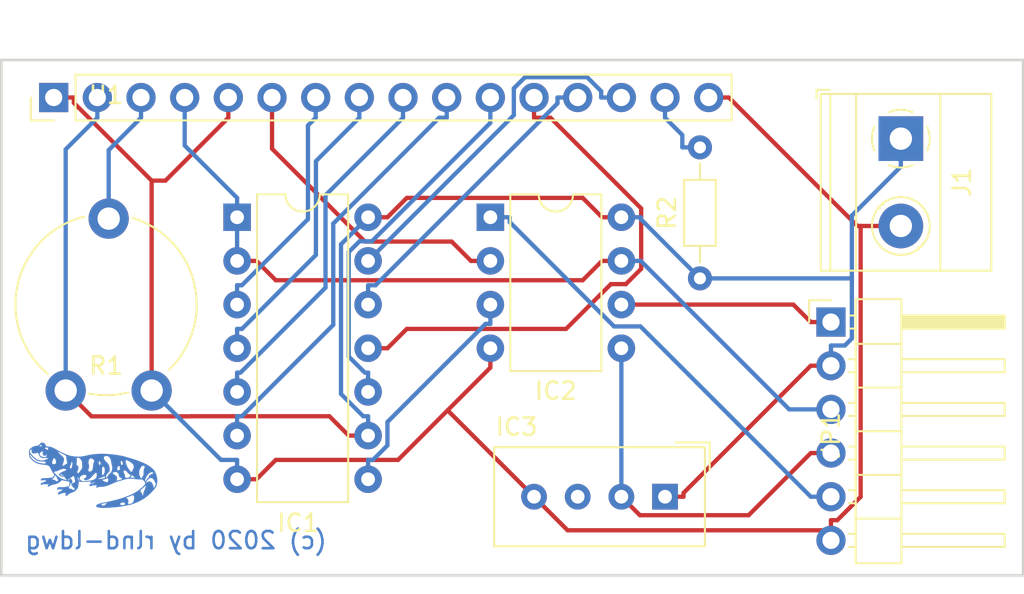
<source format=kicad_pcb>
(kicad_pcb (version 20171130) (host pcbnew "(5.1.4-0-10_14)")

  (general
    (thickness 1.6)
    (drawings 5)
    (tracks 164)
    (zones 0)
    (modules 9)
    (nets 20)
  )

  (page A4)
  (layers
    (0 F.Cu signal)
    (31 B.Cu signal)
    (32 B.Adhes user hide)
    (33 F.Adhes user hide)
    (34 B.Paste user hide)
    (35 F.Paste user hide)
    (36 B.SilkS user hide)
    (37 F.SilkS user hide)
    (38 B.Mask user hide)
    (39 F.Mask user hide)
    (40 Dwgs.User user hide)
    (41 Cmts.User user hide)
    (42 Eco1.User user hide)
    (43 Eco2.User user hide)
    (44 Edge.Cuts user)
    (45 Margin user hide)
    (46 B.CrtYd user hide)
    (47 F.CrtYd user)
    (48 B.Fab user hide)
    (49 F.Fab user)
  )

  (setup
    (last_trace_width 0.25)
    (trace_clearance 0.2)
    (zone_clearance 0.508)
    (zone_45_only no)
    (trace_min 0.2)
    (via_size 0.8)
    (via_drill 0.4)
    (via_min_size 0.4)
    (via_min_drill 0.3)
    (uvia_size 0.3)
    (uvia_drill 0.1)
    (uvias_allowed no)
    (uvia_min_size 0.2)
    (uvia_min_drill 0.1)
    (edge_width 0.1)
    (segment_width 0.2)
    (pcb_text_width 0.3)
    (pcb_text_size 1.5 1.5)
    (mod_edge_width 0.15)
    (mod_text_size 1 1)
    (mod_text_width 0.15)
    (pad_size 1.524 1.524)
    (pad_drill 0.762)
    (pad_to_mask_clearance 0)
    (aux_axis_origin 0 0)
    (visible_elements FEFDA83F)
    (pcbplotparams
      (layerselection 0x010f0_ffffffff)
      (usegerberextensions false)
      (usegerberattributes false)
      (usegerberadvancedattributes false)
      (creategerberjobfile false)
      (excludeedgelayer true)
      (linewidth 0.100000)
      (plotframeref false)
      (viasonmask false)
      (mode 1)
      (useauxorigin false)
      (hpglpennumber 1)
      (hpglpenspeed 20)
      (hpglpendiameter 15.000000)
      (psnegative false)
      (psa4output false)
      (plotreference true)
      (plotvalue true)
      (plotinvisibletext false)
      (padsonsilk false)
      (subtractmaskfromsilk false)
      (outputformat 1)
      (mirror false)
      (drillshape 0)
      (scaleselection 1)
      (outputdirectory ""))
  )

  (net 0 "")
  (net 1 GND)
  (net 2 +5V)
  (net 3 "Net-(IC2-Pad6)")
  (net 4 "Net-(IC2-Pad5)")
  (net 5 "Net-(IC2-Pad1)")
  (net 6 "Net-(IC3-Pad3)")
  (net 7 "Net-(IC1-Pad13)")
  (net 8 "Net-(IC1-Pad6)")
  (net 9 "Net-(IC1-Pad12)")
  (net 10 "Net-(IC1-Pad5)")
  (net 11 "Net-(IC1-Pad11)")
  (net 12 "Net-(IC1-Pad4)")
  (net 13 "Net-(IC1-Pad10)")
  (net 14 "Net-(IC1-Pad3)")
  (net 15 "Net-(IC1-Pad1)")
  (net 16 "Net-(IC2-Pad2)")
  (net 17 "Net-(R1-Pad2)")
  (net 18 "Net-(R2-Pad2)")
  (net 19 "Net-(IC1-Pad8)")

  (net_class Default "Dies ist die voreingestellte Netzklasse."
    (clearance 0.2)
    (trace_width 0.25)
    (via_dia 0.8)
    (via_drill 0.4)
    (uvia_dia 0.3)
    (uvia_drill 0.1)
    (add_net +5V)
    (add_net GND)
    (add_net "Net-(IC1-Pad1)")
    (add_net "Net-(IC1-Pad10)")
    (add_net "Net-(IC1-Pad11)")
    (add_net "Net-(IC1-Pad12)")
    (add_net "Net-(IC1-Pad13)")
    (add_net "Net-(IC1-Pad3)")
    (add_net "Net-(IC1-Pad4)")
    (add_net "Net-(IC1-Pad5)")
    (add_net "Net-(IC1-Pad6)")
    (add_net "Net-(IC1-Pad8)")
    (add_net "Net-(IC2-Pad1)")
    (add_net "Net-(IC2-Pad2)")
    (add_net "Net-(IC2-Pad5)")
    (add_net "Net-(IC2-Pad6)")
    (add_net "Net-(IC3-Pad3)")
    (add_net "Net-(R1-Pad2)")
    (add_net "Net-(R2-Pad2)")
  )

  (module my:Logomini (layer F.Cu) (tedit 5E5BB945) (tstamp 5E8140E0)
    (at 26.162 44.45)
    (fp_text reference G*** (at 0 0) (layer F.SilkS) hide
      (effects (font (size 1.524 1.524) (thickness 0.3)))
    )
    (fp_text value LOGO (at 0.75 0) (layer F.SilkS) hide
      (effects (font (size 1.524 1.524) (thickness 0.3)))
    )
    (fp_poly (pts (xy -2.902431 -1.86972) (xy -2.850726 -1.843803) (xy -2.803461 -1.804551) (xy -2.764993 -1.754086)
      (xy -2.741376 -1.700445) (xy -2.72757 -1.654639) (xy -2.61156 -1.646952) (xy -2.548518 -1.640355)
      (xy -2.484771 -1.62971) (xy -2.431899 -1.617042) (xy -2.421596 -1.613747) (xy -2.376804 -1.595739)
      (xy -2.317352 -1.568359) (xy -2.250382 -1.535262) (xy -2.183041 -1.500102) (xy -2.122472 -1.466534)
      (xy -2.07582 -1.438213) (xy -2.06756 -1.432652) (xy -2.025796 -1.407061) (xy -1.96529 -1.374459)
      (xy -1.890941 -1.337117) (xy -1.807651 -1.297305) (xy -1.72032 -1.257295) (xy -1.633849 -1.219357)
      (xy -1.553138 -1.185762) (xy -1.483088 -1.15878) (xy -1.456022 -1.149291) (xy -1.379184 -1.124592)
      (xy -1.310369 -1.105458) (xy -1.243468 -1.090837) (xy -1.172369 -1.079672) (xy -1.090963 -1.070908)
      (xy -0.993137 -1.063492) (xy -0.9398 -1.060174) (xy -0.828686 -1.0571) (xy -0.719324 -1.061894)
      (xy -0.605234 -1.075277) (xy -0.479931 -1.097969) (xy -0.362901 -1.12436) (xy -0.217904 -1.156746)
      (xy -0.080032 -1.181706) (xy 0.057178 -1.199945) (xy 0.200186 -1.212168) (xy 0.355453 -1.219079)
      (xy 0.52705 -1.221379) (xy 0.822167 -1.214325) (xy 1.11333 -1.191729) (xy 1.407867 -1.15282)
      (xy 1.713105 -1.096829) (xy 1.7145 -1.09654) (xy 1.755632 -1.086783) (xy 1.814273 -1.071153)
      (xy 1.887099 -1.050675) (xy 1.970787 -1.026376) (xy 2.062017 -0.999282) (xy 2.157464 -0.970419)
      (xy 2.253806 -0.940812) (xy 2.347722 -0.911487) (xy 2.435889 -0.883471) (xy 2.514984 -0.85779)
      (xy 2.581684 -0.835468) (xy 2.632668 -0.817533) (xy 2.664613 -0.805011) (xy 2.67335 -0.800454)
      (xy 2.691751 -0.791439) (xy 2.725919 -0.778338) (xy 2.7559 -0.768119) (xy 2.822914 -0.74325)
      (xy 2.904771 -0.707958) (xy 2.994852 -0.66541) (xy 3.08654 -0.618773) (xy 3.17322 -0.571215)
      (xy 3.2004 -0.555382) (xy 3.293556 -0.495245) (xy 3.382733 -0.428502) (xy 3.463014 -0.359366)
      (xy 3.529487 -0.292053) (xy 3.575027 -0.234146) (xy 3.621049 -0.152365) (xy 3.662649 -0.055387)
      (xy 3.696081 0.046595) (xy 3.717599 0.143388) (xy 3.720054 0.160525) (xy 3.72741 0.217561)
      (xy 3.734652 0.273154) (xy 3.740275 0.315748) (xy 3.740509 0.3175) (xy 3.7412 0.365798)
      (xy 3.734222 0.42997) (xy 3.721181 0.502245) (xy 3.703682 0.57485) (xy 3.683331 0.640013)
      (xy 3.664741 0.684237) (xy 3.62431 0.750781) (xy 3.566126 0.828088) (xy 3.493563 0.912818)
      (xy 3.409996 1.001635) (xy 3.318797 1.091201) (xy 3.223341 1.178176) (xy 3.127002 1.259225)
      (xy 3.033155 1.331008) (xy 2.9616 1.379864) (xy 2.922097 1.404466) (xy 2.88899 1.423905)
      (xy 2.871268 1.433111) (xy 2.852547 1.442474) (xy 2.817083 1.461524) (xy 2.7702 1.487366)
      (xy 2.724145 1.513185) (xy 2.659074 1.547785) (xy 2.587961 1.582156) (xy 2.521529 1.611251)
      (xy 2.4892 1.62378) (xy 2.427448 1.646152) (xy 2.362501 1.669911) (xy 2.306796 1.690503)
      (xy 2.2987 1.693526) (xy 2.237883 1.713431) (xy 2.158769 1.734309) (xy 2.059556 1.756565)
      (xy 1.938446 1.780607) (xy 1.813183 1.803414) (xy 1.749026 1.814874) (xy 1.687883 1.826068)
      (xy 1.637759 1.835517) (xy 1.61224 1.840563) (xy 1.570806 1.847389) (xy 1.508545 1.855412)
      (xy 1.42998 1.864216) (xy 1.33963 1.873384) (xy 1.24202 1.882502) (xy 1.14167 1.891154)
      (xy 1.043103 1.898924) (xy 0.95084 1.905398) (xy 0.869403 1.910159) (xy 0.839755 1.911539)
      (xy 0.771196 1.914595) (xy 0.71125 1.917601) (xy 0.664679 1.920292) (xy 0.636245 1.922403)
      (xy 0.630205 1.923185) (xy 0.611506 1.92371) (xy 0.574671 1.922018) (xy 0.526834 1.918469)
      (xy 0.51435 1.917366) (xy 0.436388 1.908732) (xy 0.360068 1.89757) (xy 0.292133 1.885054)
      (xy 0.23933 1.87236) (xy 0.220252 1.86614) (xy 0.199553 1.85424) (xy 0.192157 1.83422)
      (xy 0.192907 1.806597) (xy 0.197691 1.777646) (xy 0.21014 1.757214) (xy 0.236248 1.73799)
      (xy 0.26035 1.724327) (xy 0.308447 1.702013) (xy 0.465547 1.702013) (xy 0.478966 1.721107)
      (xy 0.494949 1.735673) (xy 0.539337 1.770486) (xy 0.576719 1.794067) (xy 0.60133 1.802949)
      (xy 0.619102 1.79823) (xy 0.648556 1.786069) (xy 0.653318 1.783845) (xy 0.67582 1.768447)
      (xy 0.706965 1.741419) (xy 0.741462 1.708139) (xy 0.774022 1.673984) (xy 0.777615 1.669778)
      (xy 1.5748 1.669778) (xy 1.584868 1.710301) (xy 1.610106 1.746024) (xy 1.63696 1.763849)
      (xy 1.679658 1.771022) (xy 1.733116 1.768904) (xy 1.785793 1.758893) (xy 1.826148 1.742387)
      (xy 1.8288 1.740618) (xy 1.856958 1.7089) (xy 1.865665 1.67178) (xy 1.854505 1.636848)
      (xy 1.835489 1.618304) (xy 1.801372 1.60587) (xy 1.755795 1.602214) (xy 1.705015 1.6061)
      (xy 1.655286 1.616294) (xy 1.612866 1.631559) (xy 1.584008 1.650661) (xy 1.5748 1.669778)
      (xy 0.777615 1.669778) (xy 0.799355 1.644334) (xy 0.812171 1.624565) (xy 0.8128 1.621714)
      (xy 0.80144 1.621765) (xy 0.771255 1.626841) (xy 0.72809 1.635912) (xy 0.714311 1.639066)
      (xy 0.656491 1.651657) (xy 0.598318 1.662909) (xy 0.552077 1.670454) (xy 0.550837 1.67062)
      (xy 0.499571 1.678994) (xy 0.471779 1.688717) (xy 0.465547 1.702013) (xy 0.308447 1.702013)
      (xy 0.342665 1.686138) (xy 0.433843 1.654695) (xy 0.521164 1.634225) (xy 0.53975 1.631464)
      (xy 0.622074 1.61893) (xy 0.72176 1.600613) (xy 0.831813 1.577945) (xy 0.945239 1.552358)
      (xy 1.0414 1.528792) (xy 1.116875 1.509818) (xy 1.195837 1.49048) (xy 1.268949 1.473035)
      (xy 1.326877 1.459741) (xy 1.32715 1.459681) (xy 1.408409 1.439346) (xy 1.507625 1.41081)
      (xy 1.619431 1.375927) (xy 1.73846 1.336556) (xy 1.773649 1.324329) (xy 1.917494 1.324329)
      (xy 1.966975 1.360717) (xy 2.015869 1.406366) (xy 2.044405 1.458873) (xy 2.054676 1.523446)
      (xy 2.052604 1.573788) (xy 2.047235 1.621814) (xy 2.041311 1.663155) (xy 2.0368 1.685925)
      (xy 2.032568 1.702798) (xy 2.034862 1.711298) (xy 2.048725 1.712446) (xy 2.0792 1.707262)
      (xy 2.110749 1.700891) (xy 2.184469 1.684768) (xy 2.23773 1.669349) (xy 2.275277 1.652171)
      (xy 2.301855 1.630769) (xy 2.322207 1.602682) (xy 2.33092 1.586571) (xy 2.368306 1.497914)
      (xy 2.390908 1.411048) (xy 2.398052 1.330875) (xy 2.389063 1.262292) (xy 2.379238 1.235805)
      (xy 2.353597 1.195149) (xy 2.323267 1.176712) (xy 2.283863 1.179266) (xy 2.24027 1.196869)
      (xy 2.194136 1.218494) (xy 2.139582 1.241515) (xy 2.071469 1.268004) (xy 1.984656 1.300027)
      (xy 1.977922 1.302466) (xy 1.917494 1.324329) (xy 1.773649 1.324329) (xy 1.859346 1.294553)
      (xy 1.976722 1.251775) (xy 2.085221 1.210078) (xy 2.179477 1.17132) (xy 2.242388 1.143026)
      (xy 2.366436 1.07902) (xy 2.492238 1.004989) (xy 2.599651 0.934463) (xy 2.757499 0.934463)
      (xy 2.775586 0.976433) (xy 2.789632 0.998352) (xy 2.818739 1.046882) (xy 2.849766 1.107814)
      (xy 2.876924 1.169349) (xy 2.888089 1.199098) (xy 2.898276 1.215605) (xy 2.908694 1.207392)
      (xy 2.919036 1.175136) (xy 2.928994 1.119509) (xy 2.931011 1.1049) (xy 2.947267 1.025696)
      (xy 2.976758 0.942492) (xy 2.997929 0.89535) (xy 3.02603 0.832591) (xy 3.043608 0.782416)
      (xy 3.053332 0.735702) (xy 3.057403 0.69215) (xy 3.062569 0.60325) (xy 2.981134 0.687015)
      (xy 2.933889 0.733247) (xy 2.88228 0.780067) (xy 2.836019 0.818731) (xy 2.8278 0.825066)
      (xy 2.782435 0.864097) (xy 2.759392 0.89879) (xy 2.757499 0.934463) (xy 2.599651 0.934463)
      (xy 2.615526 0.92404) (xy 2.732032 0.839279) (xy 2.83749 0.753813) (xy 2.927631 0.670746)
      (xy 2.998189 0.593185) (xy 2.998672 0.592584) (xy 3.030563 0.545644) (xy 3.044907 0.502825)
      (xy 3.040882 0.460132) (xy 3.029994 0.438291) (xy 3.081561 0.438291) (xy 3.08982 0.445887)
      (xy 3.108226 0.443288) (xy 3.141394 0.429344) (xy 3.165875 0.417294) (xy 3.240161 0.389142)
      (xy 3.30546 0.383954) (xy 3.361012 0.401721) (xy 3.386635 0.420804) (xy 3.41044 0.450214)
      (xy 3.439083 0.496023) (xy 3.468708 0.550765) (xy 3.495454 0.606975) (xy 3.515463 0.657187)
      (xy 3.523606 0.6858) (xy 3.533493 0.733356) (xy 3.540819 0.759428) (xy 3.547752 0.76749)
      (xy 3.556462 0.761012) (xy 3.564108 0.750643) (xy 3.57984 0.725399) (xy 3.601752 0.686905)
      (xy 3.620052 0.652999) (xy 3.640294 0.60782) (xy 3.653926 0.564569) (xy 3.6576 0.539448)
      (xy 3.65064 0.503312) (xy 3.631899 0.453028) (xy 3.604584 0.394955) (xy 3.571902 0.335452)
      (xy 3.537062 0.280877) (xy 3.50809 0.243049) (xy 3.476097 0.209562) (xy 3.447589 0.191452)
      (xy 3.412256 0.182769) (xy 3.40118 0.181378) (xy 3.340331 0.179045) (xy 3.292605 0.189985)
      (xy 3.247902 0.217186) (xy 3.230118 0.231958) (xy 3.195106 0.266392) (xy 3.159215 0.307883)
      (xy 3.126216 0.351192) (xy 3.099882 0.391079) (xy 3.083986 0.422304) (xy 3.081561 0.438291)
      (xy 3.029994 0.438291) (xy 3.01767 0.413571) (xy 2.97445 0.359147) (xy 2.944107 0.326734)
      (xy 2.933487 0.315785) (xy 3.026491 0.315785) (xy 3.02945 0.351592) (xy 3.03481 0.361359)
      (xy 3.049733 0.377433) (xy 3.054815 0.381) (xy 3.062865 0.371122) (xy 3.079977 0.345497)
      (xy 3.097851 0.31708) (xy 3.129362 0.272709) (xy 3.169981 0.224377) (xy 3.20054 0.192728)
      (xy 3.238963 0.152287) (xy 3.258997 0.120638) (xy 3.2639 0.097063) (xy 3.265408 0.071457)
      (xy 3.271946 0.049988) (xy 3.286533 0.030288) (xy 3.31219 0.009985) (xy 3.351937 -0.013293)
      (xy 3.408793 -0.041914) (xy 3.485778 -0.078251) (xy 3.489325 -0.079901) (xy 3.512598 -0.09471)
      (xy 3.514328 -0.111189) (xy 3.49459 -0.134963) (xy 3.490105 -0.139206) (xy 3.447841 -0.162467)
      (xy 3.396589 -0.162815) (xy 3.33743 -0.140657) (xy 3.271442 -0.0964) (xy 3.199705 -0.03045)
      (xy 3.198599 -0.029307) (xy 3.157009 0.020584) (xy 3.117995 0.079693) (xy 3.083497 0.143394)
      (xy 3.055454 0.20706) (xy 3.035805 0.266066) (xy 3.026491 0.315785) (xy 2.933487 0.315785)
      (xy 2.88925 0.270181) (xy 2.7051 0.261701) (xy 2.628433 0.257173) (xy 2.550656 0.250866)
      (xy 2.480196 0.243566) (xy 2.425479 0.236062) (xy 2.41935 0.235003) (xy 2.363191 0.22738)
      (xy 2.29208 0.221233) (xy 2.216453 0.21733) (xy 2.165832 0.216343) (xy 2.115559 0.216436)
      (xy 2.073648 0.217613) (xy 2.035366 0.220726) (xy 1.99598 0.22663) (xy 1.950754 0.236178)
      (xy 1.894955 0.250223) (xy 1.823849 0.269618) (xy 1.740382 0.293052) (xy 1.632556 0.323595)
      (xy 1.545208 0.348759) (xy 1.474324 0.369886) (xy 1.415887 0.388316) (xy 1.365882 0.405391)
      (xy 1.320292 0.422452) (xy 1.275103 0.440839) (xy 1.226298 0.461893) (xy 1.20015 0.473455)
      (xy 1.075914 0.528088) (xy 0.97103 0.572652) (xy 0.882009 0.608189) (xy 0.805365 0.635744)
      (xy 0.737607 0.656359) (xy 0.675249 0.671077) (xy 0.614801 0.680941) (xy 0.552776 0.686995)
      (xy 0.485685 0.690281) (xy 0.47388 0.690629) (xy 0.403709 0.693613) (xy 0.354118 0.698535)
      (xy 0.320318 0.706097) (xy 0.298523 0.716334) (xy 0.255418 0.734929) (xy 0.221084 0.73283)
      (xy 0.199365 0.714034) (xy 0.19411 0.682539) (xy 0.209163 0.642343) (xy 0.216663 0.631251)
      (xy 0.245046 0.59286) (xy 0.112513 0.600366) (xy 0.04744 0.605885) (xy -0.013263 0.614283)
      (xy -0.061082 0.624266) (xy -0.076685 0.629138) (xy -0.118035 0.642533) (xy -0.154858 0.651014)
      (xy -0.1651 0.652227) (xy -0.187857 0.649419) (xy -0.198014 0.6326) (xy -0.200739 0.613995)
      (xy -0.197606 0.578661) (xy -0.176711 0.55439) (xy -0.175977 0.553871) (xy -0.15049 0.540918)
      (xy -0.105326 0.522867) (xy -0.045285 0.501406) (xy 0.024835 0.478225) (xy 0.100233 0.455016)
      (xy 0.127 0.447193) (xy 0.148793 0.440374) (xy 0.153144 0.436406) (xy 0.13757 0.434378)
      (xy 0.099586 0.433379) (xy 0.0889 0.43322) (xy 0.024434 0.436491) (xy -0.030017 0.450272)
      (xy -0.058286 0.462145) (xy -0.104552 0.480324) (xy -0.134673 0.483616) (xy -0.144011 0.480439)
      (xy -0.162419 0.462231) (xy -0.159015 0.438813) (xy -0.133169 0.408134) (xy -0.117475 0.394267)
      (xy -0.091678 0.370467) (xy -0.087103 0.360148) (xy -0.09525 0.360512) (xy -0.165615 0.37381)
      (xy -0.255202 0.384634) (xy -0.357923 0.392674) (xy -0.467693 0.397617) (xy -0.578425 0.399152)
      (xy -0.684032 0.396966) (xy -0.74295 0.3937) (xy -0.83185 0.38735) (xy -0.840249 0.508)
      (xy -0.854358 0.626499) (xy -0.879242 0.724318) (xy -0.915827 0.80419) (xy -0.961489 0.865106)
      (xy -1.042353 0.939342) (xy -1.123848 0.990291) (xy -1.194839 1.015036) (xy -1.28438 1.044236)
      (xy -1.373619 1.091001) (xy -1.452209 1.149566) (xy -1.474264 1.170726) (xy -1.507313 1.203978)
      (xy -1.528659 1.221436) (xy -1.543917 1.225891) (xy -1.558699 1.220132) (xy -1.565226 1.215934)
      (xy -1.584392 1.196858) (xy -1.592329 1.168092) (xy -1.59314 1.141327) (xy -1.59024 1.100949)
      (xy -1.583875 1.068173) (xy -1.58152 1.061704) (xy -1.577777 1.050213) (xy -1.582297 1.043565)
      (xy -1.599496 1.040991) (xy -1.633789 1.04172) (xy -1.680666 1.044424) (xy -1.744908 1.050317)
      (xy -1.79624 1.060774) (xy -1.847114 1.078973) (xy -1.88728 1.097145) (xy -1.942822 1.122658)
      (xy -1.980413 1.136996) (xy -2.004531 1.140899) (xy -2.019656 1.135108) (xy -2.030053 1.120775)
      (xy -2.033934 1.087512) (xy -2.030083 1.079394) (xy -1.9812 1.079394) (xy -1.972324 1.082877)
      (xy -1.950707 1.072795) (xy -1.94945 1.071982) (xy -1.926779 1.05351) (xy -1.9177 1.039189)
      (xy -1.909602 1.033482) (xy -1.903038 1.036262) (xy -1.894461 1.037872) (xy -1.898627 1.028738)
      (xy -1.906114 1.02235) (xy -1.8796 1.02235) (xy -1.87325 1.0287) (xy -1.8669 1.02235)
      (xy -1.87325 1.016) (xy -1.8796 1.02235) (xy -1.906114 1.02235) (xy -1.909901 1.019119)
      (xy -1.922814 1.030738) (xy -1.946941 1.051584) (xy -1.958975 1.057663) (xy -1.977702 1.070891)
      (xy -1.9812 1.079394) (xy -2.030083 1.079394) (xy -2.015652 1.048974) (xy -1.977331 1.007333)
      (xy -1.921093 0.964758) (xy -1.849061 0.923419) (xy -1.826092 0.91224) (xy -1.782545 0.891231)
      (xy -1.759428 0.87787) (xy -1.753891 0.869643) (xy -1.763082 0.864037) (xy -1.769341 0.862205)
      (xy -1.815642 0.852818) (xy -1.869553 0.84629) (xy -1.923391 0.843029) (xy -1.969474 0.843445)
      (xy -2.000119 0.847947) (xy -2.004356 0.849698) (xy -2.039029 0.857567) (xy -2.066208 0.843738)
      (xy -2.076671 0.824806) (xy -2.075894 0.788711) (xy -2.051238 0.755413) (xy -2.011879 0.730592)
      (xy -1.988047 0.721105) (xy -1.961392 0.715489) (xy -1.926163 0.713368) (xy -1.876611 0.714365)
      (xy -1.814508 0.717645) (xy -1.746999 0.721141) (xy -1.699028 0.721861) (xy -1.664843 0.719428)
      (xy -1.638697 0.713465) (xy -1.61716 0.704709) (xy -1.577222 0.691482) (xy -1.526495 0.682027)
      (xy -1.497953 0.679491) (xy -1.455779 0.676334) (xy -1.423494 0.671564) (xy -1.411391 0.667794)
      (xy -1.39932 0.6502) (xy -1.385573 0.61577) (xy -1.372613 0.572726) (xy -1.362903 0.529292)
      (xy -1.358907 0.493692) (xy -1.358901 0.492587) (xy -1.363958 0.455616) (xy -1.37624 0.414945)
      (xy -1.377302 0.412342) (xy -1.391091 0.38481) (xy -1.408054 0.372036) (xy -1.437685 0.36843)
      (xy -1.4521 0.3683) (xy -1.501696 0.365081) (xy -1.564756 0.356544) (xy -1.632288 0.344369)
      (xy -1.695303 0.330236) (xy -1.744808 0.315823) (xy -1.756146 0.311503) (xy -1.799184 0.293521)
      (xy -1.872692 0.363033) (xy -1.964553 0.438593) (xy -2.06202 0.494992) (xy -2.170957 0.534999)
      (xy -2.290269 0.560325) (xy -2.371558 0.57675) (xy -2.440258 0.600695) (xy -2.509023 0.636895)
      (xy -2.530633 0.650265) (xy -2.567536 0.671861) (xy -2.590767 0.679654) (xy -2.606682 0.675463)
      (xy -2.610008 0.672969) (xy -2.627103 0.644291) (xy -2.623073 0.608254) (xy -2.598711 0.570338)
      (xy -2.594527 0.56599) (xy -2.560154 0.531617) (xy -2.744702 0.535939) (xy -2.821015 0.538249)
      (xy -2.876399 0.541411) (xy -2.915325 0.545982) (xy -2.942264 0.552517) (xy -2.961684 0.561569)
      (xy -2.964251 0.563196) (xy -2.999879 0.578946) (xy -3.024193 0.573549) (xy -3.034966 0.547731)
      (xy -3.0353 0.540024) (xy -3.028748 0.51057) (xy -3.00692 0.485688) (xy -2.966563 0.462936)
      (xy -2.904422 0.439871) (xy -2.89993 0.438424) (xy -2.840986 0.417142) (xy -2.778119 0.390768)
      (xy -2.73685 0.371019) (xy -2.66065 0.331421) (xy -2.709064 0.33081) (xy -2.7509 0.326275)
      (xy -2.800349 0.31553) (xy -2.820561 0.309566) (xy -2.86012 0.297988) (xy -2.888512 0.295608)
      (xy -2.918296 0.30255) (xy -2.940825 0.31077) (xy -2.989343 0.325003) (xy -3.019485 0.322945)
      (xy -3.032733 0.304146) (xy -3.032976 0.282647) (xy -3.024044 0.256677) (xy -3.006661 0.240712)
      (xy -2.363729 0.240712) (xy -2.35503 0.267339) (xy -2.326897 0.286236) (xy -2.288976 0.2921)
      (xy -2.243748 0.297868) (xy -2.200269 0.317625) (xy -2.154851 0.351136) (xy -2.121184 0.374543)
      (xy -2.09397 0.378403) (xy -2.063841 0.363042) (xy -2.052763 0.354678) (xy -2.028804 0.332065)
      (xy -2.021624 0.310582) (xy -2.031486 0.283635) (xy -2.057052 0.246737) (xy -2.081887 0.206844)
      (xy -2.099575 0.165687) (xy -2.103016 0.1524) (xy -2.114585 0.121657) (xy -2.135961 0.08634)
      (xy -2.161569 0.053771) (xy -2.185834 0.031268) (xy -2.199752 0.0254) (xy -2.209972 0.036076)
      (xy -2.225992 0.063799) (xy -2.24094 0.095088) (xy -2.26542 0.141788) (xy -2.291844 0.17109)
      (xy -2.31698 0.18634) (xy -2.351533 0.211872) (xy -2.363729 0.240712) (xy -3.006661 0.240712)
      (xy -3.000287 0.234858) (xy -2.972285 0.219075) (xy -2.943333 0.206182) (xy -2.913458 0.1978)
      (xy -2.876194 0.193009) (xy -2.825075 0.190889) (xy -2.771249 0.1905) (xy -2.676651 0.188756)
      (xy -2.584799 0.183857) (xy -2.500369 0.176302) (xy -2.428035 0.16659) (xy -2.372471 0.15522)
      (xy -2.342087 0.144706) (xy -2.313098 0.120854) (xy -2.283744 0.082368) (xy -2.260116 0.038997)
      (xy -2.248308 0.000493) (xy -2.2479 -0.006018) (xy -2.25518 -0.024043) (xy -2.274513 -0.055903)
      (xy -2.302143 -0.095554) (xy -2.310638 -0.106943) (xy -2.343047 -0.15417) (xy -2.348042 -0.16236)
      (xy -2.277108 -0.16236) (xy -2.262821 -0.134903) (xy -2.233756 -0.097839) (xy -2.192776 -0.053858)
      (xy -2.142746 -0.005651) (xy -2.086531 0.044093) (xy -2.026996 0.092683) (xy -1.967005 0.137431)
      (xy -1.909422 0.175646) (xy -1.878488 0.193631) (xy -1.825623 0.219627) (xy -1.764648 0.245176)
      (xy -1.700628 0.268677) (xy -1.638626 0.288533) (xy -1.583706 0.303144) (xy -1.540932 0.310911)
      (xy -1.515368 0.310235) (xy -1.512947 0.309069) (xy -1.518508 0.299491) (xy -1.534353 0.282325)
      (xy -1.464896 0.282325) (xy -1.434123 0.30598) (xy -1.410137 0.322798) (xy -1.395836 0.329917)
      (xy -1.387951 0.319169) (xy -1.377081 0.291837) (xy -1.372884 0.278676) (xy -1.361556 0.246331)
      (xy -1.348257 0.232258) (xy -1.324828 0.230095) (xy -1.311811 0.231051) (xy -1.267954 0.24412)
      (xy -1.236948 0.275875) (xy -1.217534 0.328129) (xy -1.210205 0.377438) (xy -1.207442 0.422339)
      (xy -1.210398 0.450533) (xy -1.220693 0.470382) (xy -1.230283 0.480982) (xy -1.259905 0.500853)
      (xy -1.287377 0.508) (xy -1.304914 0.511232) (xy -1.317793 0.524574) (xy -1.329662 0.553495)
      (xy -1.339295 0.585842) (xy -1.35628 0.63352) (xy -1.376878 0.673338) (xy -1.391138 0.691489)
      (xy -1.410798 0.712595) (xy -1.413256 0.730749) (xy -1.401977 0.756232) (xy -1.381026 0.78941)
      (xy -1.356653 0.806418) (xy -1.319654 0.812464) (xy -1.30175 0.812958) (xy -1.251236 0.822163)
      (xy -1.201222 0.851133) (xy -1.201063 0.851253) (xy -1.153419 0.879812) (xy -1.114648 0.887578)
      (xy -1.086837 0.874325) (xy -1.079947 0.864434) (xy -1.070332 0.840876) (xy -1.070178 0.818308)
      (xy -1.08161 0.792438) (xy -1.106753 0.758973) (xy -1.147729 0.713621) (xy -1.16205 0.6985)
      (xy -1.200922 0.65604) (xy -1.232137 0.618796) (xy -1.252021 0.591355) (xy -1.2573 0.579628)
      (xy -1.245899 0.547026) (xy -1.215499 0.513451) (xy -1.171802 0.483838) (xy -1.123625 0.464001)
      (xy -1.082384 0.450094) (xy -1.059614 0.435876) (xy -1.048761 0.416676) (xy -1.046855 0.409268)
      (xy -1.03961 0.378149) (xy -1.034723 0.359646) (xy -1.035332 0.339698) (xy -1.041489 0.302362)
      (xy -1.05155 0.254616) (xy -1.063873 0.203432) (xy -1.076816 0.155786) (xy -1.080358 0.14475)
      (xy -0.922661 0.14475) (xy -0.877937 0.243206) (xy -0.85496 0.291845) (xy -0.837564 0.321793)
      (xy -0.82182 0.337915) (xy -0.8038 0.345073) (xy -0.794432 0.346598) (xy -0.766625 0.350637)
      (xy -0.753386 0.353527) (xy -0.753334 0.353567) (xy -0.758547 0.345094) (xy -0.774436 0.320975)
      (xy -0.795424 0.289612) (xy -0.820468 0.248557) (xy -0.839419 0.210458) (xy -0.846704 0.189257)
      (xy -0.85304 0.175988) (xy -0.787414 0.175988) (xy -0.781736 0.220131) (xy -0.753445 0.271532)
      (xy -0.748547 0.278424) (xy -0.724703 0.308811) (xy -0.700445 0.331899) (xy -0.672229 0.348357)
      (xy -0.636512 0.358856) (xy -0.58975 0.364068) (xy -0.528401 0.364662) (xy -0.44892 0.36131)
      (xy -0.347764 0.354682) (xy -0.346208 0.354571) (xy -0.213057 0.342451) (xy -0.102547 0.326102)
      (xy -0.012124 0.304515) (xy 0.050263 0.28069) (xy 0.530185 0.28069) (xy 0.56015 0.312587)
      (xy 0.622029 0.363424) (xy 0.698807 0.403145) (xy 0.728017 0.413518) (xy 0.780455 0.42722)
      (xy 0.816904 0.428812) (xy 0.843976 0.417779) (xy 0.860015 0.403225) (xy 0.888104 0.355442)
      (xy 0.898644 0.29822) (xy 0.891162 0.24084) (xy 0.870404 0.19904) (xy 0.855442 0.183747)
      (xy 0.839183 0.185684) (xy 0.82338 0.195124) (xy 0.795231 0.208176) (xy 0.747624 0.224613)
      (xy 0.686 0.242792) (xy 0.615798 0.261073) (xy 0.566717 0.272552) (xy 0.530185 0.28069)
      (xy 0.050263 0.28069) (xy 0.060764 0.27668) (xy 0.066754 0.27305) (xy 0.1778 0.27305)
      (xy 0.18415 0.2794) (xy 0.1905 0.27305) (xy 0.18415 0.2667) (xy 0.1778 0.27305)
      (xy 0.066754 0.27305) (xy 0.082244 0.263663) (xy 0.221408 0.263663) (xy 0.233891 0.265697)
      (xy 0.250363 0.263362) (xy 0.25056 0.259027) (xy 0.233562 0.255995) (xy 0.226218 0.258024)
      (xy 0.221408 0.263663) (xy 0.082244 0.263663) (xy 0.099132 0.253429) (xy 0.263784 0.253429)
      (xy 0.370017 0.246095) (xy 0.436729 0.239234) (xy 0.512354 0.22808) (xy 0.58128 0.214955)
      (xy 0.585585 0.213992) (xy 0.694921 0.189223) (xy 0.69603 0.111006) (xy 0.696128 0.069641)
      (xy 0.694254 0.050468) (xy 0.689428 0.050299) (xy 0.681626 0.064019) (xy 0.657994 0.09008)
      (xy 0.634682 0.099582) (xy 0.602147 0.109342) (xy 0.5842 0.119876) (xy 0.563929 0.130497)
      (xy 0.528584 0.144197) (xy 0.487698 0.157754) (xy 0.450803 0.167943) (xy 0.4318 0.171409)
      (xy 0.418134 0.177001) (xy 0.388122 0.191182) (xy 0.348036 0.210984) (xy 0.344617 0.212705)
      (xy 0.263784 0.253429) (xy 0.099132 0.253429) (xy 0.118672 0.241589) (xy 0.164153 0.198231)
      (xy 0.164646 0.197502) (xy 0.2286 0.197502) (xy 0.238369 0.196684) (xy 0.262326 0.186369)
      (xy 0.2667 0.18415) (xy 0.292414 0.169177) (xy 0.304638 0.158765) (xy 0.3048 0.158097)
      (xy 0.29503 0.158915) (xy 0.271073 0.16923) (xy 0.2667 0.17145) (xy 0.240985 0.186422)
      (xy 0.228761 0.196834) (xy 0.2286 0.197502) (xy 0.164646 0.197502) (xy 0.199457 0.14605)
      (xy 0.3175 0.14605) (xy 0.32385 0.1524) (xy 0.3302 0.14605) (xy 0.32385 0.1397)
      (xy 0.3175 0.14605) (xy 0.199457 0.14605) (xy 0.199762 0.1456) (xy 0.204312 0.13703)
      (xy 0.207692 0.127) (xy 0.4445 0.127) (xy 0.449146 0.137453) (xy 0.452966 0.135466)
      (xy 0.454486 0.120394) (xy 0.452966 0.118533) (xy 0.445416 0.120276) (xy 0.4445 0.127)
      (xy 0.207692 0.127) (xy 0.218565 0.094741) (xy 0.220148 0.08255) (xy 0.5334 0.08255)
      (xy 0.53975 0.0889) (xy 0.5461 0.08255) (xy 0.543983 0.080433) (xy 0.575733 0.080433)
      (xy 0.577476 0.087983) (xy 0.5842 0.0889) (xy 0.594653 0.084253) (xy 0.592666 0.080433)
      (xy 0.577594 0.078913) (xy 0.575733 0.080433) (xy 0.543983 0.080433) (xy 0.53975 0.0762)
      (xy 0.5334 0.08255) (xy 0.220148 0.08255) (xy 0.225317 0.042761) (xy 0.225122 -0.012429)
      (xy 0.218531 -0.06435) (xy 0.206098 -0.106521) (xy 0.188375 -0.132463) (xy 0.180982 -0.136523)
      (xy 0.161524 -0.130372) (xy 0.127031 -0.104171) (xy 0.077757 -0.058153) (xy 0.013955 0.007447)
      (xy -0.055242 0.08255) (xy -0.115334 0.147787) (xy -0.163431 0.196353) (xy -0.203557 0.231283)
      (xy -0.239737 0.255616) (xy -0.275997 0.272388) (xy -0.316363 0.284636) (xy -0.326272 0.287043)
      (xy -0.394889 0.300477) (xy -0.444596 0.303324) (xy -0.479608 0.295505) (xy -0.497475 0.283781)
      (xy -0.515398 0.262533) (xy -0.516589 0.24765) (xy -0.4445 0.24765) (xy -0.43815 0.254)
      (xy -0.4318 0.24765) (xy -0.43815 0.2413) (xy -0.4445 0.24765) (xy -0.516589 0.24765)
      (xy -0.517028 0.242176) (xy -0.500571 0.218637) (xy -0.489851 0.20955) (xy -0.3937 0.20955)
      (xy -0.38735 0.2159) (xy -0.381 0.20955) (xy -0.38735 0.2032) (xy -0.3937 0.20955)
      (xy -0.489851 0.20955) (xy -0.464237 0.187839) (xy -0.45085 0.1778) (xy -0.41333 0.148731)
      (xy -0.392301 0.126965) (xy -0.383085 0.105772) (xy -0.381002 0.07842) (xy -0.381 0.077354)
      (xy -0.386698 0.03581) (xy -0.406598 0.009743) (xy -0.444913 -0.004799) (xy -0.473082 -0.009071)
      (xy -0.5367 -0.005524) (xy -0.60739 0.015849) (xy -0.677596 0.052112) (xy -0.728944 0.090402)
      (xy -0.769982 0.134334) (xy -0.787414 0.175988) (xy -0.85304 0.175988) (xy -0.860204 0.160985)
      (xy -0.888119 0.14982) (xy -0.922661 0.14475) (xy -1.080358 0.14475) (xy -1.084017 0.13335)
      (xy -0.8509 0.13335) (xy -0.84455 0.1397) (xy -0.8382 0.13335) (xy -0.84455 0.127)
      (xy -0.8509 0.13335) (xy -1.084017 0.13335) (xy -1.088736 0.118652) (xy -1.094982 0.103791)
      (xy -1.111464 0.076959) (xy -1.129077 0.063438) (xy -1.151501 0.064102) (xy -1.182414 0.079824)
      (xy -1.225494 0.111479) (xy -1.265792 0.144361) (xy -1.315324 0.184374) (xy -1.362348 0.220229)
      (xy -1.400875 0.247476) (xy -1.421423 0.260018) (xy -1.464896 0.282325) (xy -1.534353 0.282325)
      (xy -1.537905 0.278477) (xy -1.553311 0.263473) (xy -1.586354 0.224893) (xy -1.613925 0.180376)
      (xy -1.619764 0.167519) (xy -1.63177 0.140316) (xy -1.645294 0.122428) (xy -1.665919 0.111162)
      (xy -1.699227 0.103826) (xy -1.7508 0.097725) (xy -1.767998 0.095998) (xy -1.842558 0.083618)
      (xy -1.899527 0.061836) (xy -1.939925 0.033462) (xy -1.961186 0.004111) (xy -1.900562 0.004111)
      (xy -1.877808 0.023188) (xy -1.831108 0.039421) (xy -1.778 0.050523) (xy -1.716894 0.059641)
      (xy -1.677288 0.061457) (xy -1.656317 0.055844) (xy -1.651 0.044848) (xy -1.659175 0.032124)
      (xy -1.671509 0.034067) (xy -1.693512 0.033018) (xy -1.728696 0.022044) (xy -1.757234 0.00941)
      (xy -1.763589 0.00635) (xy -1.651 0.00635) (xy -1.64465 0.0127) (xy -1.6383 0.00635)
      (xy -1.64465 0) (xy -1.651 0.00635) (xy -1.763589 0.00635) (xy -1.797386 -0.009922)
      (xy -1.83112 -0.024964) (xy -1.84548 -0.030519) (xy -1.861058 -0.043224) (xy -1.859172 -0.053886)
      (xy -1.86032 -0.05821) (xy -1.875745 -0.047109) (xy -1.877417 -0.045657) (xy -1.900167 -0.018581)
      (xy -1.900562 0.004111) (xy -1.961186 0.004111) (xy -1.964369 -0.000282) (xy -1.963571 -0.036256)
      (xy -1.940735 -0.06985) (xy -1.8415 -0.06985) (xy -1.83515 -0.0635) (xy -1.8288 -0.06985)
      (xy -1.83515 -0.0762) (xy -1.8415 -0.06985) (xy -1.940735 -0.06985) (xy -1.937516 -0.074584)
      (xy -1.929077 -0.08255) (xy -1.8161 -0.08255) (xy -1.80975 -0.0762) (xy -1.8034 -0.08255)
      (xy -1.80975 -0.0889) (xy -1.8161 -0.08255) (xy -1.929077 -0.08255) (xy -1.925546 -0.085883)
      (xy -1.889539 -0.111766) (xy -1.837084 -0.142445) (xy -1.775627 -0.174108) (xy -1.712619 -0.202942)
      (xy -1.655507 -0.225135) (xy -1.649693 -0.227077) (xy -1.610458 -0.245695) (xy -1.577436 -0.271375)
      (xy -1.556388 -0.298499) (xy -1.553024 -0.321325) (xy -1.56993 -0.333945) (xy -1.606887 -0.344523)
      (xy -1.658565 -0.352043) (xy -1.719636 -0.355489) (xy -1.732915 -0.3556) (xy -1.784519 -0.348609)
      (xy -1.850571 -0.329132) (xy -1.924826 -0.299415) (xy -2.001038 -0.261703) (xy -2.013935 -0.254549)
      (xy -2.075066 -0.227214) (xy -2.145603 -0.2065) (xy -2.169881 -0.20176) (xy -2.216214 -0.193148)
      (xy -2.253433 -0.184482) (xy -2.273598 -0.177615) (xy -2.273751 -0.177522) (xy -2.277108 -0.16236)
      (xy -2.348042 -0.16236) (xy -2.380404 -0.215415) (xy -2.417289 -0.28151) (xy -2.439342 -0.324567)
      (xy -2.468433 -0.381772) (xy -2.482582 -0.407687) (xy -1.349919 -0.407687) (xy -1.344935 -0.391336)
      (xy -1.322359 -0.371937) (xy -1.290481 -0.371164) (xy -1.256707 -0.388512) (xy -1.246473 -0.398057)
      (xy -1.227635 -0.429137) (xy -1.212749 -0.474806) (xy -1.202027 -0.529953) (xy -1.195682 -0.589465)
      (xy -1.19539 -0.599255) (xy -0.968421 -0.599255) (xy -0.908602 -0.535304) (xy -0.875892 -0.49828)
      (xy -0.857773 -0.470189) (xy -0.850128 -0.442789) (xy -0.848784 -0.415609) (xy -0.853888 -0.372779)
      (xy -0.867056 -0.320717) (xy -0.879892 -0.284707) (xy -0.903509 -0.224761) (xy -0.9166 -0.182364)
      (xy -0.919998 -0.152346) (xy -0.914537 -0.129538) (xy -0.906986 -0.116635) (xy -0.885969 -0.094831)
      (xy -0.863404 -0.090638) (xy -0.836607 -0.105355) (xy -0.802893 -0.140279) (xy -0.769546 -0.183088)
      (xy -0.732014 -0.23619) (xy -0.727496 -0.24306) (xy -0.276415 -0.24306) (xy -0.264896 -0.21213)
      (xy -0.236245 -0.195845) (xy -0.187037 -0.190568) (xy -0.178418 -0.1905) (xy -0.132454 -0.19517)
      (xy -0.098305 -0.212027) (xy -0.089104 -0.219794) (xy 0.520966 -0.219794) (xy 0.521031 -0.153784)
      (xy 0.521921 -0.092484) (xy 0.523641 -0.041516) (xy 0.526197 -0.006501) (xy 0.528408 0.005311)
      (xy 0.542426 0.022893) (xy 0.564213 0.01951) (xy 0.57274 0.0127) (xy 0.6985 0.0127)
      (xy 0.703146 0.023153) (xy 0.706966 0.021166) (xy 0.708486 0.006094) (xy 0.706966 0.004233)
      (xy 0.699416 0.005976) (xy 0.6985 0.0127) (xy 0.57274 0.0127) (xy 0.595446 -0.005431)
      (xy 0.613964 -0.024875) (xy 0.65976 -0.093707) (xy 0.687691 -0.176581) (xy 0.696152 -0.268031)
      (xy 0.694403 -0.299104) (xy 0.684189 -0.362121) (xy 0.667296 -0.416281) (xy 0.645963 -0.456126)
      (xy 0.622426 -0.476198) (xy 0.621686 -0.476445) (xy 0.5828 -0.477013) (xy 0.549468 -0.457281)
      (xy 0.529678 -0.422235) (xy 0.528836 -0.418506) (xy 0.52566 -0.38987) (xy 0.523286 -0.343459)
      (xy 0.521719 -0.284893) (xy 0.520966 -0.219794) (xy -0.089104 -0.219794) (xy -0.085712 -0.222657)
      (xy -0.052811 -0.259047) (xy -0.028564 -0.301418) (xy -0.011478 -0.354507) (xy -0.000062 -0.423053)
      (xy 0.007176 -0.511794) (xy 0.007568 -0.518961) (xy 0.016783 -0.594321) (xy 0.035066 -0.675388)
      (xy 0.044006 -0.704624) (xy 0.32165 -0.704624) (xy 0.331381 -0.652966) (xy 0.355955 -0.599245)
      (xy 0.356374 -0.598555) (xy 0.382475 -0.55576) (xy 0.413487 -0.584894) (xy 0.437328 -0.618289)
      (xy 0.444496 -0.662659) (xy 0.4445 -0.66387) (xy 0.438971 -0.713705) (xy 0.424374 -0.756552)
      (xy 0.403689 -0.786546) (xy 0.3799 -0.797826) (xy 0.376492 -0.797579) (xy 0.344707 -0.781894)
      (xy 0.326259 -0.749254) (xy 0.32165 -0.704624) (xy 0.044006 -0.704624) (xy 0.04623 -0.711894)
      (xy 0.062736 -0.763043) (xy 0.070966 -0.7975) (xy 0.071796 -0.822265) (xy 0.066104 -0.84434)
      (xy 0.063606 -0.850644) (xy 0.035697 -0.889496) (xy -0.00975 -0.923279) (xy -0.064877 -0.947491)
      (xy -0.12183 -0.957631) (xy -0.123182 -0.957664) (xy -0.162337 -0.955684) (xy -0.188165 -0.944391)
      (xy -0.210851 -0.92075) (xy -0.246026 -0.857684) (xy -0.264085 -0.779543) (xy -0.264564 -0.690437)
      (xy -0.24765 -0.5969) (xy -0.232513 -0.525572) (xy -0.230518 -0.468311) (xy -0.241636 -0.417468)
      (xy -0.24693 -0.403733) (xy -0.259553 -0.364484) (xy -0.270577 -0.315195) (xy -0.274226 -0.292273)
      (xy -0.276415 -0.24306) (xy -0.727496 -0.24306) (xy -0.694929 -0.292572) (xy -0.665079 -0.341828)
      (xy -0.659783 -0.351363) (xy -0.619675 -0.42545) (xy -0.626216 -0.5969) (xy -0.629688 -0.663649)
      (xy -0.634526 -0.724109) (xy -0.640132 -0.772249) (xy -0.645905 -0.802037) (xy -0.646846 -0.804805)
      (xy -0.666005 -0.839043) (xy -0.69832 -0.882373) (xy -0.737615 -0.927409) (xy -0.773958 -0.963077)
      (xy 0.628573 -0.963077) (xy 0.643921 -0.912755) (xy 0.677236 -0.857229) (xy 0.730009 -0.793893)
      (xy 0.786433 -0.736625) (xy 0.833793 -0.690436) (xy 0.866754 -0.655669) (xy 0.889368 -0.626285)
      (xy 0.905686 -0.596247) (xy 0.919759 -0.559518) (xy 0.933167 -0.517935) (xy 0.951502 -0.454008)
      (xy 0.961368 -0.401811) (xy 0.964419 -0.349781) (xy 0.963372 -0.306928) (xy 0.958817 -0.206636)
      (xy 0.871767 -0.114358) (xy 0.817878 -0.053725) (xy 0.781535 -0.003193) (xy 0.759974 0.042388)
      (xy 0.750431 0.088172) (xy 0.7493 0.113892) (xy 0.75174 0.149038) (xy 0.761866 0.163201)
      (xy 0.783887 0.160556) (xy 0.793012 0.157275) (xy 0.808845 0.143077) (xy 0.832228 0.112608)
      (xy 0.858602 0.071926) (xy 0.863633 0.063443) (xy 0.891257 0.02197) (xy 0.926453 -0.022738)
      (xy 0.964781 -0.065968) (xy 1.001803 -0.103009) (xy 1.020534 -0.118662) (xy 1.131092 -0.118662)
      (xy 1.134612 -0.106645) (xy 1.153692 -0.083841) (xy 1.183512 -0.05462) (xy 1.219248 -0.023351)
      (xy 1.256081 0.005596) (xy 1.289188 0.027851) (xy 1.298346 0.032917) (xy 1.350234 0.06463)
      (xy 1.380872 0.098995) (xy 1.393928 0.142772) (xy 1.393066 0.202725) (xy 1.392663 0.206877)
      (xy 1.387129 0.253845) (xy 1.380955 0.294183) (xy 1.376692 0.314325) (xy 1.37409 0.330011)
      (xy 1.379121 0.339113) (xy 1.395054 0.34143) (xy 1.425152 0.336759) (xy 1.472684 0.324897)
      (xy 1.540915 0.305641) (xy 1.547504 0.303735) (xy 1.602994 0.287097) (xy 1.649364 0.272128)
      (xy 1.681193 0.260645) (xy 1.692691 0.255058) (xy 1.69827 0.235133) (xy 1.679782 0.209918)
      (xy 1.65842 0.194733) (xy 2.480733 0.194733) (xy 2.482476 0.202283) (xy 2.4892 0.2032)
      (xy 2.499653 0.198553) (xy 2.497666 0.194733) (xy 2.482594 0.193213) (xy 2.480733 0.194733)
      (xy 1.65842 0.194733) (xy 1.637844 0.180108) (xy 1.614289 0.166865) (xy 1.559902 0.131839)
      (xy 1.527256 0.094314) (xy 1.51281 0.04938) (xy 1.5113 0.024171) (xy 1.500971 -0.026174)
      (xy 1.473552 -0.077292) (xy 1.434388 -0.123306) (xy 1.388826 -0.158337) (xy 1.342212 -0.176507)
      (xy 1.327589 -0.1778) (xy 1.298138 -0.173904) (xy 1.25592 -0.16392) (xy 1.209438 -0.150408)
      (xy 1.167194 -0.135926) (xy 1.13769 -0.123033) (xy 1.131092 -0.118662) (xy 1.020534 -0.118662)
      (xy 1.033081 -0.129147) (xy 1.054174 -0.139669) (xy 1.054963 -0.1397) (xy 1.064716 -0.151174)
      (xy 1.077571 -0.181634) (xy 1.091751 -0.225141) (xy 1.098573 -0.250297) (xy 1.406842 -0.250297)
      (xy 1.430039 -0.254) (xy 1.778 -0.254) (xy 1.778 -0.182652) (xy 1.780156 -0.137167)
      (xy 1.78913 -0.105582) (xy 1.80868 -0.076584) (xy 1.8161 -0.06791) (xy 1.83868 -0.038425)
      (xy 1.850124 -0.009518) (xy 1.853983 0.029709) (xy 1.8542 0.049028) (xy 1.856204 0.095055)
      (xy 1.863859 0.124486) (xy 1.879625 0.145922) (xy 1.882775 0.148918) (xy 1.911625 0.170073)
      (xy 1.944368 0.180126) (xy 1.988864 0.180622) (xy 2.025013 0.17691) (xy 2.065035 0.169204)
      (xy 2.094779 0.154334) (xy 2.097 0.152253) (xy 2.15265 0.152253) (xy 2.159176 0.155898)
      (xy 2.186505 0.161102) (xy 2.23014 0.167141) (xy 2.27965 0.172694) (xy 2.360745 0.18064)
      (xy 2.417304 0.185424) (xy 2.449989 0.187086) (xy 2.459461 0.185661) (xy 2.450394 0.182221)
      (xy 2.43048 0.168182) (xy 2.409867 0.14172) (xy 2.409451 0.141022) (xy 2.387382 0.112004)
      (xy 2.354426 0.077513) (xy 2.333957 0.058953) (xy 2.299406 0.029539) (xy 2.269857 0.004351)
      (xy 2.257821 -0.005929) (xy 2.242963 -0.016632) (xy 2.23972 -0.009155) (xy 2.243167 0.011264)
      (xy 2.243669 0.038913) (xy 2.230773 0.067163) (xy 2.207845 0.096592) (xy 2.181075 0.126177)
      (xy 2.159773 0.146957) (xy 2.15265 0.152253) (xy 2.097 0.152253) (xy 2.124699 0.126311)
      (xy 2.136464 0.113076) (xy 2.167145 0.072951) (xy 2.180598 0.041059) (xy 2.18155 0.02033)
      (xy 2.176699 -0.003901) (xy 2.163905 -0.021002) (xy 2.137404 -0.035992) (xy 2.115962 -0.04445)
      (xy 2.2225 -0.04445) (xy 2.22885 -0.0381) (xy 2.2352 -0.04445) (xy 2.22885 -0.0508)
      (xy 2.2225 -0.04445) (xy 2.115962 -0.04445) (xy 2.099876 -0.050795) (xy 2.065649 -0.072984)
      (xy 2.056435 -0.08255) (xy 2.1717 -0.08255) (xy 2.17805 -0.0762) (xy 2.1844 -0.08255)
      (xy 2.17805 -0.0889) (xy 2.1717 -0.08255) (xy 2.056435 -0.08255) (xy 2.044202 -0.09525)
      (xy 2.1336 -0.09525) (xy 2.13995 -0.0889) (xy 2.1463 -0.09525) (xy 2.13995 -0.1016)
      (xy 2.1336 -0.09525) (xy 2.044202 -0.09525) (xy 2.02468 -0.115517) (xy 1.999539 -0.14767)
      (xy 1.962255 -0.196366) (xy 1.932734 -0.227503) (xy 1.905067 -0.244923) (xy 1.87334 -0.252471)
      (xy 1.835984 -0.254) (xy 1.778 -0.254) (xy 1.430039 -0.254) (xy 1.462246 -0.259141)
      (xy 1.504484 -0.269332) (xy 1.540863 -0.283716) (xy 1.547918 -0.287795) (xy 1.563817 -0.300103)
      (xy 1.572042 -0.315194) (xy 1.57405 -0.340021) (xy 1.571294 -0.381538) (xy 1.570153 -0.394037)
      (xy 1.564966 -0.440978) (xy 1.559226 -0.479537) (xy 1.554401 -0.500585) (xy 1.536335 -0.517527)
      (xy 1.506039 -0.518327) (xy 1.470305 -0.503674) (xy 1.451833 -0.490179) (xy 1.434058 -0.472799)
      (xy 1.423007 -0.453651) (xy 1.416659 -0.425938) (xy 1.412989 -0.382861) (xy 1.411596 -0.354977)
      (xy 1.406842 -0.250297) (xy 1.098573 -0.250297) (xy 1.105478 -0.275755) (xy 1.116974 -0.327534)
      (xy 1.123953 -0.370277) (xy 1.12681 -0.41312) (xy 1.12366 -0.458094) (xy 1.113568 -0.513075)
      (xy 1.100608 -0.566674) (xy 1.085361 -0.631302) (xy 1.071911 -0.697671) (xy 1.064425 -0.742632)
      (xy 1.610087 -0.742632) (xy 1.611047 -0.695432) (xy 1.616867 -0.649226) (xy 1.627493 -0.610485)
      (xy 1.639011 -0.589693) (xy 1.667033 -0.573132) (xy 1.70011 -0.577555) (xy 1.719942 -0.591458)
      (xy 1.737626 -0.624818) (xy 1.74073 -0.669011) (xy 1.731588 -0.717456) (xy 1.712534 -0.763574)
      (xy 1.710197 -0.76684) (xy 1.89412 -0.76684) (xy 1.903438 -0.71285) (xy 1.923376 -0.641351)
      (xy 1.930391 -0.619277) (xy 1.984716 -0.485173) (xy 2.056787 -0.359724) (xy 2.142416 -0.250092)
      (xy 2.152818 -0.238954) (xy 2.195018 -0.196993) (xy 2.225389 -0.173499) (xy 2.247477 -0.166724)
      (xy 2.264831 -0.174918) (xy 2.267258 -0.177547) (xy 2.683826 -0.177547) (xy 2.684352 -0.065033)
      (xy 2.708374 0.046754) (xy 2.756097 0.154775) (xy 2.775933 0.187325) (xy 2.799391 0.210539)
      (xy 2.82247 0.213883) (xy 2.83872 0.196716) (xy 2.839775 0.193675) (xy 2.862489 0.138986)
      (xy 2.896553 0.079014) (xy 2.914939 0.052096) (xy 2.929098 0.030576) (xy 2.938246 0.00864)
      (xy 2.943459 -0.019839) (xy 2.945817 -0.060982) (xy 2.946398 -0.120915) (xy 2.9464 -0.126574)
      (xy 2.951747 -0.239559) (xy 2.967562 -0.333168) (xy 2.993502 -0.405666) (xy 3.005745 -0.427019)
      (xy 3.018067 -0.464723) (xy 3.005646 -0.500304) (xy 2.976325 -0.527078) (xy 2.931465 -0.542539)
      (xy 2.8835 -0.53483) (xy 2.836861 -0.505038) (xy 2.821201 -0.489062) (xy 2.752454 -0.3926)
      (xy 2.706595 -0.287749) (xy 2.683826 -0.177547) (xy 2.267258 -0.177547) (xy 2.270424 -0.180975)
      (xy 2.282021 -0.203043) (xy 2.294351 -0.237556) (xy 2.29677 -0.245978) (xy 2.309955 -0.28327)
      (xy 2.325272 -0.312249) (xy 2.328042 -0.315828) (xy 2.355862 -0.365018) (xy 2.37105 -0.428983)
      (xy 2.372515 -0.499873) (xy 2.361971 -0.560385) (xy 2.340973 -0.601275) (xy 2.300989 -0.648413)
      (xy 2.246216 -0.697666) (xy 2.180849 -0.744897) (xy 2.16395 -0.755534) (xy 2.08539 -0.802352)
      (xy 2.024785 -0.835207) (xy 1.979467 -0.854962) (xy 1.946765 -0.862479) (xy 1.924009 -0.858619)
      (xy 1.908532 -0.844246) (xy 1.905446 -0.839035) (xy 1.894948 -0.807506) (xy 1.89412 -0.76684)
      (xy 1.710197 -0.76684) (xy 1.685901 -0.800783) (xy 1.654023 -0.822504) (xy 1.636946 -0.8255)
      (xy 1.622981 -0.814136) (xy 1.614047 -0.784357) (xy 1.610087 -0.742632) (xy 1.064425 -0.742632)
      (xy 1.062356 -0.755054) (xy 1.059925 -0.7747) (xy 1.042633 -0.863224) (xy 1.011301 -0.943118)
      (xy 0.968557 -1.010284) (xy 0.91703 -1.060628) (xy 0.85935 -1.090054) (xy 0.857101 -1.090697)
      (xy 0.783526 -1.103358) (xy 0.72091 -1.098652) (xy 0.672126 -1.077588) (xy 0.640045 -1.041175)
      (xy 0.629703 -1.010802) (xy 0.628573 -0.963077) (xy -0.773958 -0.963077) (xy -0.777717 -0.966766)
      (xy -0.79287 -0.979477) (xy -0.833619 -0.999673) (xy -0.89108 -1.007236) (xy -0.892556 -1.007273)
      (xy -0.931016 -1.007432) (xy -0.949889 -1.003687) (xy -0.954967 -0.993179) (xy -0.952893 -0.977476)
      (xy -0.948845 -0.938558) (xy -0.947132 -0.882581) (xy -0.947627 -0.817764) (xy -0.9502 -0.75233)
      (xy -0.954724 -0.694498) (xy -0.957663 -0.671103) (xy -0.968421 -0.599255) (xy -1.19539 -0.599255)
      (xy -1.193925 -0.64823) (xy -1.19697 -0.701135) (xy -1.205027 -0.743067) (xy -1.21831 -0.768915)
      (xy -1.23084 -0.7747) (xy -1.239824 -0.763528) (xy -1.250775 -0.735046) (xy -1.25656 -0.714375)
      (xy -1.270897 -0.667119) (xy -1.290983 -0.613007) (xy -1.303069 -0.584636) (xy -1.332101 -0.511983)
      (xy -1.347943 -0.45196) (xy -1.349919 -0.407687) (xy -2.482582 -0.407687) (xy -2.496876 -0.433867)
      (xy -2.521133 -0.474582) (xy -2.535882 -0.495636) (xy -2.578364 -0.530489) (xy -2.641935 -0.558448)
      (xy -2.727789 -0.579902) (xy -2.837121 -0.595237) (xy -2.845298 -0.596053) (xy -2.965326 -0.6093)
      (xy -3.065199 -0.624403) (xy -3.150161 -0.643035) (xy -3.225458 -0.666869) (xy -3.296332 -0.697577)
      (xy -3.36803 -0.736832) (xy -3.445795 -0.786307) (xy -3.449405 -0.788723) (xy -3.521767 -0.846147)
      (xy -3.592447 -0.918008) (xy -3.65363 -0.99565) (xy -3.690049 -1.055265) (xy -3.699727 -1.086501)
      (xy -3.707624 -1.135561) (xy -3.710057 -1.160701) (xy -3.6703 -1.160701) (xy -3.664338 -1.116053)
      (xy -3.644853 -1.068868) (xy -3.609449 -1.014464) (xy -3.570245 -0.9652) (xy -3.531497 -0.920105)
      (xy -3.499598 -0.886797) (xy -3.467469 -0.859258) (xy -3.428033 -0.831468) (xy -3.37421 -0.797408)
      (xy -3.369535 -0.794519) (xy -3.304759 -0.757028) (xy -3.244279 -0.728551) (xy -3.180353 -0.706318)
      (xy -3.105239 -0.68756) (xy -3.02895 -0.672661) (xy -2.945466 -0.658611) (xy -2.882596 -0.650808)
      (xy -2.836309 -0.649355) (xy -2.802576 -0.654352) (xy -2.777366 -0.6659) (xy -2.761181 -0.679366)
      (xy -2.740578 -0.704516) (xy -2.738127 -0.724712) (xy -2.739548 -0.728105) (xy -2.38125 -0.728105)
      (xy -2.379361 -0.684561) (xy -2.371737 -0.657322) (xy -2.355442 -0.63745) (xy -2.349975 -0.632831)
      (xy -2.316027 -0.614739) (xy -2.280125 -0.616257) (xy -2.243543 -0.623966) (xy -2.21615 -0.628946)
      (xy -2.190994 -0.6327) (xy -2.181822 -0.633942) (xy -2.171846 -0.646414) (xy -2.161577 -0.676535)
      (xy -2.152849 -0.716643) (xy -2.147494 -0.759077) (xy -2.14665 -0.78105) (xy -2.15311 -0.829966)
      (xy -2.169634 -0.880144) (xy -2.192501 -0.923002) (xy -2.217987 -0.949959) (xy -2.220586 -0.951476)
      (xy -2.252315 -0.961619) (xy -2.285166 -0.9652) (xy -2.309727 -0.963408) (xy -2.320924 -0.95327)
      (xy -2.323984 -0.927651) (xy -2.3241 -0.912044) (xy -2.331361 -0.86262) (xy -2.352675 -0.828471)
      (xy -2.370764 -0.802596) (xy -2.379373 -0.769173) (xy -2.38125 -0.728105) (xy -2.739548 -0.728105)
      (xy -2.742776 -0.735808) (xy -2.754706 -0.754267) (xy -2.770345 -0.76695) (xy -2.794353 -0.774994)
      (xy -2.831391 -0.779537) (xy -2.886118 -0.781716) (xy -2.9337 -0.782407) (xy -3.034754 -0.785816)
      (xy -3.119775 -0.795292) (xy -3.193688 -0.813068) (xy -3.261416 -0.841378) (xy -3.327886 -0.882456)
      (xy -3.398019 -0.938536) (xy -3.476742 -1.011852) (xy -3.508315 -1.043077) (xy -3.6703 -1.205063)
      (xy -3.6703 -1.160701) (xy -3.710057 -1.160701) (xy -3.713476 -1.196009) (xy -3.717018 -1.261412)
      (xy -3.717986 -1.325336) (xy -3.716672 -1.364695) (xy -3.678578 -1.364695) (xy -3.675369 -1.328457)
      (xy -3.659977 -1.288891) (xy -3.630746 -1.243156) (xy -3.58602 -1.188416) (xy -3.524144 -1.12183)
      (xy -3.486086 -1.083037) (xy -3.419514 -1.017434) (xy -3.36606 -0.968242) (xy -3.322289 -0.9326)
      (xy -3.284769 -0.907649) (xy -3.260247 -0.894951) (xy -3.135268 -0.851297) (xy -3.003292 -0.830446)
      (xy -2.933344 -0.829074) (xy -2.881247 -0.831742) (xy -2.845206 -0.83788) (xy -2.815891 -0.850197)
      (xy -2.783968 -0.871402) (xy -2.781618 -0.873125) (xy -2.739421 -0.899875) (xy -2.700853 -0.912056)
      (xy -2.664499 -0.9144) (xy -2.622211 -0.918628) (xy -2.60398 -0.930368) (xy -2.610085 -0.948202)
      (xy -2.640801 -0.970716) (xy -2.65225 -0.976854) (xy -2.681871 -0.990085) (xy -2.708901 -0.995476)
      (xy -2.742963 -0.9938) (xy -2.784186 -0.987475) (xy -2.880535 -0.980854) (xy -2.966063 -0.994771)
      (xy -3.03867 -1.027968) (xy -3.096257 -1.079185) (xy -3.136722 -1.147163) (xy -3.153578 -1.205455)
      (xy -3.1115 -1.205455) (xy -3.099817 -1.160311) (xy -3.067706 -1.11526) (xy -3.019575 -1.075719)
      (xy -2.994225 -1.061346) (xy -2.937286 -1.041037) (xy -2.871658 -1.029881) (xy -2.806436 -1.028438)
      (xy -2.750716 -1.03727) (xy -2.7305 -1.045078) (xy -2.704759 -1.070063) (xy -2.686767 -1.109096)
      (xy -2.680398 -1.151119) (xy -2.6847 -1.175809) (xy -2.692163 -1.187891) (xy -2.702174 -1.182151)
      (xy -2.71816 -1.158162) (xy -2.737108 -1.132362) (xy -2.758945 -1.120606) (xy -2.794249 -1.11762)
      (xy -2.799518 -1.1176) (xy -2.838041 -1.120325) (xy -2.863692 -1.132538) (xy -2.888768 -1.160298)
      (xy -2.890336 -1.162345) (xy -2.915453 -1.209807) (xy -2.924827 -1.260783) (xy -2.917858 -1.307113)
      (xy -2.902855 -1.332501) (xy -2.890447 -1.354176) (xy -2.040958 -1.354176) (xy -2.040627 -1.339555)
      (xy -2.029714 -1.317596) (xy -2.014879 -1.299607) (xy -2.006334 -1.2954) (xy -1.992806 -1.285673)
      (xy -1.972115 -1.260967) (xy -1.960713 -1.244707) (xy -1.935052 -1.21369) (xy -1.895666 -1.17486)
      (xy -1.849614 -1.135001) (xy -1.832483 -1.121492) (xy -1.770466 -1.069715) (xy -1.726715 -1.020947)
      (xy -1.700175 -0.970735) (xy -1.68979 -0.914625) (xy -1.694504 -0.848163) (xy -1.713261 -0.766896)
      (xy -1.733083 -0.702183) (xy -1.753423 -0.637352) (xy -1.765545 -0.591845) (xy -1.770298 -0.561258)
      (xy -1.768534 -0.54119) (xy -1.765572 -0.533908) (xy -1.746634 -0.511362) (xy -1.728811 -0.512578)
      (xy -1.718437 -0.528761) (xy -1.703486 -0.543981) (xy -1.67167 -0.564445) (xy -1.629675 -0.585891)
      (xy -1.626761 -0.587213) (xy -1.565638 -0.616653) (xy -1.525742 -0.643202) (xy -1.504322 -0.672345)
      (xy -1.498626 -0.709568) (xy -1.505901 -0.760357) (xy -1.517003 -0.806012) (xy -1.526851 -0.853344)
      (xy -1.53615 -0.914229) (xy -1.543141 -0.976851) (xy -1.544034 -0.987607) (xy -1.548794 -1.039389)
      (xy -1.554068 -1.082067) (xy -1.558961 -1.108833) (xy -1.560557 -1.11346) (xy -1.573606 -1.123178)
      (xy -1.604996 -1.141452) (xy -1.650656 -1.166241) (xy -1.706512 -1.195504) (xy -1.768492 -1.227201)
      (xy -1.832524 -1.259291) (xy -1.894534 -1.289733) (xy -1.950452 -1.316487) (xy -1.996203 -1.337512)
      (xy -2.027716 -1.350767) (xy -2.040918 -1.354212) (xy -2.040958 -1.354176) (xy -2.890447 -1.354176)
      (xy -2.890231 -1.354552) (xy -2.900459 -1.366736) (xy -2.932814 -1.368631) (xy -2.959193 -1.365235)
      (xy -3.016259 -1.345193) (xy -3.06415 -1.308979) (xy -3.097615 -1.262102) (xy -3.111404 -1.21007)
      (xy -3.1115 -1.205455) (xy -3.153578 -1.205455) (xy -3.154827 -1.209772) (xy -3.17303 -1.25611)
      (xy -3.195463 -1.278444) (xy -3.215153 -1.289518) (xy -3.233642 -1.292085) (xy -3.259273 -1.28551)
      (xy -3.296531 -1.270758) (xy -3.343461 -1.253954) (xy -3.384196 -1.247662) (xy -3.4329 -1.249985)
      (xy -3.443173 -1.251121) (xy -3.500493 -1.261011) (xy -3.537492 -1.277922) (xy -3.558363 -1.306705)
      (xy -3.5673 -1.352206) (xy -3.5687 -1.396251) (xy -3.570548 -1.442077) (xy -3.575426 -1.47662)
      (xy -3.582341 -1.492832) (xy -3.601276 -1.491221) (xy -3.625721 -1.472541) (xy -3.650105 -1.442579)
      (xy -3.668859 -1.407123) (xy -3.67126 -1.400443) (xy -3.678578 -1.364695) (xy -3.716672 -1.364695)
      (xy -3.716115 -1.381347) (xy -3.711141 -1.423012) (xy -3.705857 -1.439852) (xy -3.677425 -1.480189)
      (xy -3.634655 -1.526389) (xy -3.614977 -1.544242) (xy -2.810711 -1.544242) (xy -2.790056 -1.523178)
      (xy -2.757592 -1.50801) (xy -2.714767 -1.490011) (xy -2.677537 -1.469721) (xy -2.665183 -1.460911)
      (xy -2.63439 -1.441914) (xy -2.614405 -1.445613) (xy -2.605451 -1.46625) (xy -2.606058 -1.492026)
      (xy -2.612821 -1.529721) (xy -2.616627 -1.544573) (xy -2.627284 -1.578441) (xy -2.639909 -1.594665)
      (xy -2.663143 -1.599696) (xy -2.690876 -1.600013) (xy -2.747705 -1.595167) (xy -2.787787 -1.582649)
      (xy -2.809371 -1.56487) (xy -2.810711 -1.544242) (xy -3.614977 -1.544242) (xy -3.585068 -1.571376)
      (xy -3.536182 -1.608077) (xy -3.511802 -1.62243) (xy -3.423212 -1.659459) (xy -3.333878 -1.68243)
      (xy -3.330589 -1.682744) (xy -3.142298 -1.682744) (xy -3.132945 -1.671226) (xy -3.099855 -1.661766)
      (xy -3.042223 -1.653463) (xy -3.03726 -1.652903) (xy -3.015197 -1.65766) (xy -2.985004 -1.671788)
      (xy -2.983163 -1.672861) (xy -2.956186 -1.694001) (xy -2.954181 -1.711489) (xy -2.97731 -1.726264)
      (xy -2.993316 -1.731534) (xy -3.026344 -1.735593) (xy -3.064043 -1.727214) (xy -3.093002 -1.715565)
      (xy -3.128716 -1.697223) (xy -3.142298 -1.682744) (xy -3.330589 -1.682744) (xy -3.265577 -1.68895)
      (xy -3.22554 -1.694377) (xy -3.185035 -1.712057) (xy -3.140588 -1.744417) (xy -3.088726 -1.793887)
      (xy -3.040608 -1.846231) (xy -3.001729 -1.873057) (xy -2.954218 -1.880179) (xy -2.902431 -1.86972)) (layer B.Cu) (width 0.01))
  )

  (module Package_DIP:DIP-14_W7.62mm (layer F.Cu) (tedit 5A02E8C5) (tstamp 5E5C0C66)
    (at 34.544 29.464)
    (descr "14-lead though-hole mounted DIP package, row spacing 7.62 mm (300 mils)")
    (tags "THT DIP DIL PDIP 2.54mm 7.62mm 300mil")
    (path /5DE15F63)
    (fp_text reference IC1 (at 3.556 17.78) (layer F.SilkS)
      (effects (font (size 1 1) (thickness 0.15)))
    )
    (fp_text value 74164 (at 3.81 17.57) (layer F.Fab)
      (effects (font (size 1 1) (thickness 0.15)))
    )
    (fp_text user %R (at 3.81 7.62) (layer F.Fab)
      (effects (font (size 1 1) (thickness 0.15)))
    )
    (fp_line (start 8.7 -1.55) (end -1.1 -1.55) (layer F.CrtYd) (width 0.05))
    (fp_line (start 8.7 16.8) (end 8.7 -1.55) (layer F.CrtYd) (width 0.05))
    (fp_line (start -1.1 16.8) (end 8.7 16.8) (layer F.CrtYd) (width 0.05))
    (fp_line (start -1.1 -1.55) (end -1.1 16.8) (layer F.CrtYd) (width 0.05))
    (fp_line (start 6.46 -1.33) (end 4.81 -1.33) (layer F.SilkS) (width 0.12))
    (fp_line (start 6.46 16.57) (end 6.46 -1.33) (layer F.SilkS) (width 0.12))
    (fp_line (start 1.16 16.57) (end 6.46 16.57) (layer F.SilkS) (width 0.12))
    (fp_line (start 1.16 -1.33) (end 1.16 16.57) (layer F.SilkS) (width 0.12))
    (fp_line (start 2.81 -1.33) (end 1.16 -1.33) (layer F.SilkS) (width 0.12))
    (fp_line (start 0.635 -0.27) (end 1.635 -1.27) (layer F.Fab) (width 0.1))
    (fp_line (start 0.635 16.51) (end 0.635 -0.27) (layer F.Fab) (width 0.1))
    (fp_line (start 6.985 16.51) (end 0.635 16.51) (layer F.Fab) (width 0.1))
    (fp_line (start 6.985 -1.27) (end 6.985 16.51) (layer F.Fab) (width 0.1))
    (fp_line (start 1.635 -1.27) (end 6.985 -1.27) (layer F.Fab) (width 0.1))
    (fp_arc (start 3.81 -1.33) (end 2.81 -1.33) (angle -180) (layer F.SilkS) (width 0.12))
    (pad 14 thru_hole oval (at 7.62 0) (size 1.6 1.6) (drill 0.8) (layers *.Cu *.Mask)
      (net 2 +5V))
    (pad 7 thru_hole oval (at 0 15.24) (size 1.6 1.6) (drill 0.8) (layers *.Cu *.Mask)
      (net 1 GND))
    (pad 13 thru_hole oval (at 7.62 2.54) (size 1.6 1.6) (drill 0.8) (layers *.Cu *.Mask)
      (net 7 "Net-(IC1-Pad13)"))
    (pad 6 thru_hole oval (at 0 12.7) (size 1.6 1.6) (drill 0.8) (layers *.Cu *.Mask)
      (net 8 "Net-(IC1-Pad6)"))
    (pad 12 thru_hole oval (at 7.62 5.08) (size 1.6 1.6) (drill 0.8) (layers *.Cu *.Mask)
      (net 9 "Net-(IC1-Pad12)"))
    (pad 5 thru_hole oval (at 0 10.16) (size 1.6 1.6) (drill 0.8) (layers *.Cu *.Mask)
      (net 10 "Net-(IC1-Pad5)"))
    (pad 11 thru_hole oval (at 7.62 7.62) (size 1.6 1.6) (drill 0.8) (layers *.Cu *.Mask)
      (net 11 "Net-(IC1-Pad11)"))
    (pad 4 thru_hole oval (at 0 7.62) (size 1.6 1.6) (drill 0.8) (layers *.Cu *.Mask)
      (net 12 "Net-(IC1-Pad4)"))
    (pad 10 thru_hole oval (at 7.62 10.16) (size 1.6 1.6) (drill 0.8) (layers *.Cu *.Mask)
      (net 13 "Net-(IC1-Pad10)"))
    (pad 3 thru_hole oval (at 0 5.08) (size 1.6 1.6) (drill 0.8) (layers *.Cu *.Mask)
      (net 14 "Net-(IC1-Pad3)"))
    (pad 9 thru_hole oval (at 7.62 12.7) (size 1.6 1.6) (drill 0.8) (layers *.Cu *.Mask)
      (net 2 +5V))
    (pad 2 thru_hole oval (at 0 2.54) (size 1.6 1.6) (drill 0.8) (layers *.Cu *.Mask)
      (net 15 "Net-(IC1-Pad1)"))
    (pad 8 thru_hole oval (at 7.62 15.24) (size 1.6 1.6) (drill 0.8) (layers *.Cu *.Mask)
      (net 19 "Net-(IC1-Pad8)"))
    (pad 1 thru_hole rect (at 0 0) (size 1.6 1.6) (drill 0.8) (layers *.Cu *.Mask)
      (net 15 "Net-(IC1-Pad1)"))
    (model ${KISYS3DMOD}/Package_DIP.3dshapes/DIP-14_W7.62mm.wrl
      (at (xyz 0 0 0))
      (scale (xyz 1 1 1))
      (rotate (xyz 0 0 0))
    )
  )

  (module Resistor_THT:R_Axial_DIN0204_L3.6mm_D1.6mm_P7.62mm_Horizontal (layer F.Cu) (tedit 5AE5139B) (tstamp 5E5C123A)
    (at 61.468 33.02 90)
    (descr "Resistor, Axial_DIN0204 series, Axial, Horizontal, pin pitch=7.62mm, 0.167W, length*diameter=3.6*1.6mm^2, http://cdn-reichelt.de/documents/datenblatt/B400/1_4W%23YAG.pdf")
    (tags "Resistor Axial_DIN0204 series Axial Horizontal pin pitch 7.62mm 0.167W length 3.6mm diameter 1.6mm")
    (path /5E5FF9C7)
    (fp_text reference R2 (at 3.81 -1.92 90) (layer F.SilkS)
      (effects (font (size 1 1) (thickness 0.15)))
    )
    (fp_text value R (at 3.81 1.92 90) (layer F.Fab)
      (effects (font (size 1 1) (thickness 0.15)))
    )
    (fp_text user %R (at 3.81 0 90) (layer F.Fab)
      (effects (font (size 0.72 0.72) (thickness 0.108)))
    )
    (fp_line (start 8.57 -1.05) (end -0.95 -1.05) (layer F.CrtYd) (width 0.05))
    (fp_line (start 8.57 1.05) (end 8.57 -1.05) (layer F.CrtYd) (width 0.05))
    (fp_line (start -0.95 1.05) (end 8.57 1.05) (layer F.CrtYd) (width 0.05))
    (fp_line (start -0.95 -1.05) (end -0.95 1.05) (layer F.CrtYd) (width 0.05))
    (fp_line (start 6.68 0) (end 5.73 0) (layer F.SilkS) (width 0.12))
    (fp_line (start 0.94 0) (end 1.89 0) (layer F.SilkS) (width 0.12))
    (fp_line (start 5.73 -0.92) (end 1.89 -0.92) (layer F.SilkS) (width 0.12))
    (fp_line (start 5.73 0.92) (end 5.73 -0.92) (layer F.SilkS) (width 0.12))
    (fp_line (start 1.89 0.92) (end 5.73 0.92) (layer F.SilkS) (width 0.12))
    (fp_line (start 1.89 -0.92) (end 1.89 0.92) (layer F.SilkS) (width 0.12))
    (fp_line (start 7.62 0) (end 5.61 0) (layer F.Fab) (width 0.1))
    (fp_line (start 0 0) (end 2.01 0) (layer F.Fab) (width 0.1))
    (fp_line (start 5.61 -0.8) (end 2.01 -0.8) (layer F.Fab) (width 0.1))
    (fp_line (start 5.61 0.8) (end 5.61 -0.8) (layer F.Fab) (width 0.1))
    (fp_line (start 2.01 0.8) (end 5.61 0.8) (layer F.Fab) (width 0.1))
    (fp_line (start 2.01 -0.8) (end 2.01 0.8) (layer F.Fab) (width 0.1))
    (pad 2 thru_hole oval (at 7.62 0 90) (size 1.4 1.4) (drill 0.7) (layers *.Cu *.Mask)
      (net 18 "Net-(R2-Pad2)"))
    (pad 1 thru_hole circle (at 0 0 90) (size 1.4 1.4) (drill 0.7) (layers *.Cu *.Mask)
      (net 2 +5V))
    (model ${KISYS3DMOD}/Resistor_THT.3dshapes/R_Axial_DIN0204_L3.6mm_D1.6mm_P7.62mm_Horizontal.wrl
      (at (xyz 0 0 0))
      (scale (xyz 1 1 1))
      (rotate (xyz 0 0 0))
    )
  )

  (module Potentiometer_THT:Potentiometer_Piher_PT-10-V10_Vertical_Hole (layer F.Cu) (tedit 5A3D4994) (tstamp 5E5BAC94)
    (at 29.574 39.544 90)
    (descr "Potentiometer, vertical, shaft hole, Piher PT-10-V10, http://www.piher-nacesa.com/pdf/12-PT10v03.pdf")
    (tags "Potentiometer vertical hole Piher PT-10-V10")
    (path /5DE242DA)
    (fp_text reference R1 (at 1.444 -2.65 180) (layer F.SilkS)
      (effects (font (size 1 1) (thickness 0.15)))
    )
    (fp_text value 10k (at 5 3.75 90) (layer F.Fab)
      (effects (font (size 1 1) (thickness 0.15)))
    )
    (fp_text user %R (at 1.05 -2.65) (layer F.Fab)
      (effects (font (size 1 1) (thickness 0.15)))
    )
    (fp_line (start 11.45 -8.05) (end -1.45 -8.05) (layer F.CrtYd) (width 0.05))
    (fp_line (start 11.45 2.75) (end 11.45 -8.05) (layer F.CrtYd) (width 0.05))
    (fp_line (start -1.45 2.75) (end 11.45 2.75) (layer F.CrtYd) (width 0.05))
    (fp_line (start -1.45 -8.05) (end -1.45 2.75) (layer F.CrtYd) (width 0.05))
    (fp_circle (center 5 -2.65) (end 10.15 -2.65) (layer F.Fab) (width 0.1))
    (fp_arc (start 5 -2.65) (end 1.209 1.011) (angle -47) (layer F.SilkS) (width 0.12))
    (fp_arc (start 5 -2.65) (end -0.174 -3.656) (angle -25) (layer F.SilkS) (width 0.12))
    (fp_arc (start 5 -2.65) (end 10.114 -3.924) (angle -126) (layer F.SilkS) (width 0.12))
    (fp_arc (start 5 -2.65) (end 5 2.62) (angle -73) (layer F.SilkS) (width 0.12))
    (pad "" np_thru_hole circle (at 5 -2.65 90) (size 4 4) (drill 4) (layers *.Cu *.Mask))
    (pad 1 thru_hole circle (at 0 0 90) (size 2.34 2.34) (drill 1.3) (layers *.Cu *.Mask)
      (net 1 GND))
    (pad 2 thru_hole circle (at 10 -2.5 90) (size 2.34 2.34) (drill 1.3) (layers *.Cu *.Mask)
      (net 17 "Net-(R1-Pad2)"))
    (pad 3 thru_hole circle (at 0 -5 90) (size 2.34 2.34) (drill 1.3) (layers *.Cu *.Mask)
      (net 2 +5V))
    (model ${KISYS3DMOD}/Potentiometer_THT.3dshapes/Potentiometer_Piher_PT-10-V10_Vertical_Hole.wrl
      (at (xyz 0 0 0))
      (scale (xyz 1 1 1))
      (rotate (xyz 0 0 0))
    )
  )

  (module Connector_PinHeader_2.54mm:PinHeader_1x16_P2.54mm_Vertical (layer F.Cu) (tedit 59FED5CC) (tstamp 5E5C1263)
    (at 23.876 22.5 90)
    (descr "Through hole straight pin header, 1x16, 2.54mm pitch, single row")
    (tags "Through hole pin header THT 1x16 2.54mm single row")
    (path /5E5DD57F)
    (fp_text reference U1 (at 0.148 3.048 180) (layer F.SilkS)
      (effects (font (size 1 1) (thickness 0.15)))
    )
    (fp_text value NHD-0420H1Z (at 0 40.43 90) (layer F.Fab)
      (effects (font (size 1 1) (thickness 0.15)))
    )
    (fp_text user %R (at 0 19.05) (layer F.Fab)
      (effects (font (size 1 1) (thickness 0.15)))
    )
    (fp_line (start 1.8 -1.8) (end -1.8 -1.8) (layer F.CrtYd) (width 0.05))
    (fp_line (start 1.8 39.9) (end 1.8 -1.8) (layer F.CrtYd) (width 0.05))
    (fp_line (start -1.8 39.9) (end 1.8 39.9) (layer F.CrtYd) (width 0.05))
    (fp_line (start -1.8 -1.8) (end -1.8 39.9) (layer F.CrtYd) (width 0.05))
    (fp_line (start -1.33 -1.33) (end 0 -1.33) (layer F.SilkS) (width 0.12))
    (fp_line (start -1.33 0) (end -1.33 -1.33) (layer F.SilkS) (width 0.12))
    (fp_line (start -1.33 1.27) (end 1.33 1.27) (layer F.SilkS) (width 0.12))
    (fp_line (start 1.33 1.27) (end 1.33 39.43) (layer F.SilkS) (width 0.12))
    (fp_line (start -1.33 1.27) (end -1.33 39.43) (layer F.SilkS) (width 0.12))
    (fp_line (start -1.33 39.43) (end 1.33 39.43) (layer F.SilkS) (width 0.12))
    (fp_line (start -1.27 -0.635) (end -0.635 -1.27) (layer F.Fab) (width 0.1))
    (fp_line (start -1.27 39.37) (end -1.27 -0.635) (layer F.Fab) (width 0.1))
    (fp_line (start 1.27 39.37) (end -1.27 39.37) (layer F.Fab) (width 0.1))
    (fp_line (start 1.27 -1.27) (end 1.27 39.37) (layer F.Fab) (width 0.1))
    (fp_line (start -0.635 -1.27) (end 1.27 -1.27) (layer F.Fab) (width 0.1))
    (pad 16 thru_hole oval (at 0 38.1 90) (size 1.7 1.7) (drill 1) (layers *.Cu *.Mask)
      (net 1 GND))
    (pad 15 thru_hole oval (at 0 35.56 90) (size 1.7 1.7) (drill 1) (layers *.Cu *.Mask)
      (net 18 "Net-(R2-Pad2)"))
    (pad 14 thru_hole oval (at 0 33.02 90) (size 1.7 1.7) (drill 1) (layers *.Cu *.Mask)
      (net 7 "Net-(IC1-Pad13)"))
    (pad 13 thru_hole oval (at 0 30.48 90) (size 1.7 1.7) (drill 1) (layers *.Cu *.Mask)
      (net 9 "Net-(IC1-Pad12)"))
    (pad 12 thru_hole oval (at 0 27.94 90) (size 1.7 1.7) (drill 1) (layers *.Cu *.Mask)
      (net 11 "Net-(IC1-Pad11)"))
    (pad 11 thru_hole oval (at 0 25.4 90) (size 1.7 1.7) (drill 1) (layers *.Cu *.Mask)
      (net 13 "Net-(IC1-Pad10)"))
    (pad 10 thru_hole oval (at 0 22.86 90) (size 1.7 1.7) (drill 1) (layers *.Cu *.Mask)
      (net 8 "Net-(IC1-Pad6)"))
    (pad 9 thru_hole oval (at 0 20.32 90) (size 1.7 1.7) (drill 1) (layers *.Cu *.Mask)
      (net 10 "Net-(IC1-Pad5)"))
    (pad 8 thru_hole oval (at 0 17.78 90) (size 1.7 1.7) (drill 1) (layers *.Cu *.Mask)
      (net 12 "Net-(IC1-Pad4)"))
    (pad 7 thru_hole oval (at 0 15.24 90) (size 1.7 1.7) (drill 1) (layers *.Cu *.Mask)
      (net 14 "Net-(IC1-Pad3)"))
    (pad 6 thru_hole oval (at 0 12.7 90) (size 1.7 1.7) (drill 1) (layers *.Cu *.Mask)
      (net 16 "Net-(IC2-Pad2)"))
    (pad 5 thru_hole oval (at 0 10.16 90) (size 1.7 1.7) (drill 1) (layers *.Cu *.Mask)
      (net 1 GND))
    (pad 4 thru_hole oval (at 0 7.62 90) (size 1.7 1.7) (drill 1) (layers *.Cu *.Mask)
      (net 15 "Net-(IC1-Pad1)"))
    (pad 3 thru_hole oval (at 0 5.08 90) (size 1.7 1.7) (drill 1) (layers *.Cu *.Mask)
      (net 17 "Net-(R1-Pad2)"))
    (pad 2 thru_hole oval (at 0 2.54 90) (size 1.7 1.7) (drill 1) (layers *.Cu *.Mask)
      (net 2 +5V))
    (pad 1 thru_hole rect (at 0 0 90) (size 1.7 1.7) (drill 1) (layers *.Cu *.Mask)
      (net 1 GND))
    (model ${KISYS3DMOD}/Connector_PinHeader_2.54mm.3dshapes/PinHeader_1x16_P2.54mm_Vertical.wrl
      (at (xyz 0 0 0))
      (scale (xyz 1 1 1))
      (rotate (xyz 0 0 0))
    )
  )

  (module TerminalBlock_Phoenix:TerminalBlock_Phoenix_MKDS-1,5-2-5.08_1x02_P5.08mm_Horizontal (layer F.Cu) (tedit 5B294EBC) (tstamp 5E5C02F5)
    (at 73.152 24.892 270)
    (descr "Terminal Block Phoenix MKDS-1,5-2-5.08, 2 pins, pitch 5.08mm, size 10.2x9.8mm^2, drill diamater 1.3mm, pad diameter 2.6mm, see http://www.farnell.com/datasheets/100425.pdf, script-generated using https://github.com/pointhi/kicad-footprint-generator/scripts/TerminalBlock_Phoenix")
    (tags "THT Terminal Block Phoenix MKDS-1,5-2-5.08 pitch 5.08mm size 10.2x9.8mm^2 drill 1.3mm pad 2.6mm")
    (path /5E5CB843)
    (fp_text reference J1 (at 2.54 -3.556 90) (layer F.SilkS)
      (effects (font (size 1 1) (thickness 0.15)))
    )
    (fp_text value Screw_Terminal_01x02 (at 2.54 5.66 90) (layer F.Fab)
      (effects (font (size 1 1) (thickness 0.15)))
    )
    (fp_text user %R (at 2.54 3.2 90) (layer F.Fab)
      (effects (font (size 1 1) (thickness 0.15)))
    )
    (fp_line (start 8.13 -5.71) (end -3.04 -5.71) (layer F.CrtYd) (width 0.05))
    (fp_line (start 8.13 5.1) (end 8.13 -5.71) (layer F.CrtYd) (width 0.05))
    (fp_line (start -3.04 5.1) (end 8.13 5.1) (layer F.CrtYd) (width 0.05))
    (fp_line (start -3.04 -5.71) (end -3.04 5.1) (layer F.CrtYd) (width 0.05))
    (fp_line (start -2.84 4.9) (end -2.34 4.9) (layer F.SilkS) (width 0.12))
    (fp_line (start -2.84 4.16) (end -2.84 4.9) (layer F.SilkS) (width 0.12))
    (fp_line (start 3.853 1.023) (end 3.806 1.069) (layer F.SilkS) (width 0.12))
    (fp_line (start 6.15 -1.275) (end 6.115 -1.239) (layer F.SilkS) (width 0.12))
    (fp_line (start 4.046 1.239) (end 4.011 1.274) (layer F.SilkS) (width 0.12))
    (fp_line (start 6.355 -1.069) (end 6.308 -1.023) (layer F.SilkS) (width 0.12))
    (fp_line (start 6.035 -1.138) (end 3.943 0.955) (layer F.Fab) (width 0.1))
    (fp_line (start 6.218 -0.955) (end 4.126 1.138) (layer F.Fab) (width 0.1))
    (fp_line (start 0.955 -1.138) (end -1.138 0.955) (layer F.Fab) (width 0.1))
    (fp_line (start 1.138 -0.955) (end -0.955 1.138) (layer F.Fab) (width 0.1))
    (fp_line (start 7.68 -5.261) (end 7.68 4.66) (layer F.SilkS) (width 0.12))
    (fp_line (start -2.6 -5.261) (end -2.6 4.66) (layer F.SilkS) (width 0.12))
    (fp_line (start -2.6 4.66) (end 7.68 4.66) (layer F.SilkS) (width 0.12))
    (fp_line (start -2.6 -5.261) (end 7.68 -5.261) (layer F.SilkS) (width 0.12))
    (fp_line (start -2.6 -2.301) (end 7.68 -2.301) (layer F.SilkS) (width 0.12))
    (fp_line (start -2.54 -2.3) (end 7.62 -2.3) (layer F.Fab) (width 0.1))
    (fp_line (start -2.6 2.6) (end 7.68 2.6) (layer F.SilkS) (width 0.12))
    (fp_line (start -2.54 2.6) (end 7.62 2.6) (layer F.Fab) (width 0.1))
    (fp_line (start -2.6 4.1) (end 7.68 4.1) (layer F.SilkS) (width 0.12))
    (fp_line (start -2.54 4.1) (end 7.62 4.1) (layer F.Fab) (width 0.1))
    (fp_line (start -2.54 4.1) (end -2.54 -5.2) (layer F.Fab) (width 0.1))
    (fp_line (start -2.04 4.6) (end -2.54 4.1) (layer F.Fab) (width 0.1))
    (fp_line (start 7.62 4.6) (end -2.04 4.6) (layer F.Fab) (width 0.1))
    (fp_line (start 7.62 -5.2) (end 7.62 4.6) (layer F.Fab) (width 0.1))
    (fp_line (start -2.54 -5.2) (end 7.62 -5.2) (layer F.Fab) (width 0.1))
    (fp_circle (center 5.08 0) (end 6.76 0) (layer F.SilkS) (width 0.12))
    (fp_circle (center 5.08 0) (end 6.58 0) (layer F.Fab) (width 0.1))
    (fp_circle (center 0 0) (end 1.5 0) (layer F.Fab) (width 0.1))
    (fp_arc (start 0 0) (end -0.684 1.535) (angle -25) (layer F.SilkS) (width 0.12))
    (fp_arc (start 0 0) (end -1.535 -0.684) (angle -48) (layer F.SilkS) (width 0.12))
    (fp_arc (start 0 0) (end 0.684 -1.535) (angle -48) (layer F.SilkS) (width 0.12))
    (fp_arc (start 0 0) (end 1.535 0.684) (angle -48) (layer F.SilkS) (width 0.12))
    (fp_arc (start 0 0) (end 0 1.68) (angle -24) (layer F.SilkS) (width 0.12))
    (pad 2 thru_hole circle (at 5.08 0 270) (size 2.6 2.6) (drill 1.3) (layers *.Cu *.Mask)
      (net 1 GND))
    (pad 1 thru_hole rect (at 0 0 270) (size 2.6 2.6) (drill 1.3) (layers *.Cu *.Mask)
      (net 2 +5V))
    (model ${KISYS3DMOD}/TerminalBlock_Phoenix.3dshapes/TerminalBlock_Phoenix_MKDS-1,5-2-5.08_1x02_P5.08mm_Horizontal.wrl
      (at (xyz 0 0 0))
      (scale (xyz 1 1 1))
      (rotate (xyz 0 0 0))
    )
  )

  (module Connector_PinHeader_2.54mm:PinHeader_1x06_P2.54mm_Horizontal (layer F.Cu) (tedit 59FED5CB) (tstamp 5E5BAC7C)
    (at 69.088 35.56)
    (descr "Through hole angled pin header, 1x06, 2.54mm pitch, 6mm pin length, single row")
    (tags "Through hole angled pin header THT 1x06 2.54mm single row")
    (path /5E08DF28)
    (fp_text reference JP1 (at 0 6.604 90) (layer F.SilkS)
      (effects (font (size 1 1) (thickness 0.15)))
    )
    (fp_text value AVR-ISP-6 (at 4.385 14.97) (layer F.Fab)
      (effects (font (size 1 1) (thickness 0.15)))
    )
    (fp_text user %R (at 2.77 6.35 90) (layer F.Fab)
      (effects (font (size 1 1) (thickness 0.15)))
    )
    (fp_line (start 10.55 -1.8) (end -1.8 -1.8) (layer F.CrtYd) (width 0.05))
    (fp_line (start 10.55 14.5) (end 10.55 -1.8) (layer F.CrtYd) (width 0.05))
    (fp_line (start -1.8 14.5) (end 10.55 14.5) (layer F.CrtYd) (width 0.05))
    (fp_line (start -1.8 -1.8) (end -1.8 14.5) (layer F.CrtYd) (width 0.05))
    (fp_line (start -1.27 -1.27) (end 0 -1.27) (layer F.SilkS) (width 0.12))
    (fp_line (start -1.27 0) (end -1.27 -1.27) (layer F.SilkS) (width 0.12))
    (fp_line (start 1.042929 13.08) (end 1.44 13.08) (layer F.SilkS) (width 0.12))
    (fp_line (start 1.042929 12.32) (end 1.44 12.32) (layer F.SilkS) (width 0.12))
    (fp_line (start 10.1 13.08) (end 4.1 13.08) (layer F.SilkS) (width 0.12))
    (fp_line (start 10.1 12.32) (end 10.1 13.08) (layer F.SilkS) (width 0.12))
    (fp_line (start 4.1 12.32) (end 10.1 12.32) (layer F.SilkS) (width 0.12))
    (fp_line (start 1.44 11.43) (end 4.1 11.43) (layer F.SilkS) (width 0.12))
    (fp_line (start 1.042929 10.54) (end 1.44 10.54) (layer F.SilkS) (width 0.12))
    (fp_line (start 1.042929 9.78) (end 1.44 9.78) (layer F.SilkS) (width 0.12))
    (fp_line (start 10.1 10.54) (end 4.1 10.54) (layer F.SilkS) (width 0.12))
    (fp_line (start 10.1 9.78) (end 10.1 10.54) (layer F.SilkS) (width 0.12))
    (fp_line (start 4.1 9.78) (end 10.1 9.78) (layer F.SilkS) (width 0.12))
    (fp_line (start 1.44 8.89) (end 4.1 8.89) (layer F.SilkS) (width 0.12))
    (fp_line (start 1.042929 8) (end 1.44 8) (layer F.SilkS) (width 0.12))
    (fp_line (start 1.042929 7.24) (end 1.44 7.24) (layer F.SilkS) (width 0.12))
    (fp_line (start 10.1 8) (end 4.1 8) (layer F.SilkS) (width 0.12))
    (fp_line (start 10.1 7.24) (end 10.1 8) (layer F.SilkS) (width 0.12))
    (fp_line (start 4.1 7.24) (end 10.1 7.24) (layer F.SilkS) (width 0.12))
    (fp_line (start 1.44 6.35) (end 4.1 6.35) (layer F.SilkS) (width 0.12))
    (fp_line (start 1.042929 5.46) (end 1.44 5.46) (layer F.SilkS) (width 0.12))
    (fp_line (start 1.042929 4.7) (end 1.44 4.7) (layer F.SilkS) (width 0.12))
    (fp_line (start 10.1 5.46) (end 4.1 5.46) (layer F.SilkS) (width 0.12))
    (fp_line (start 10.1 4.7) (end 10.1 5.46) (layer F.SilkS) (width 0.12))
    (fp_line (start 4.1 4.7) (end 10.1 4.7) (layer F.SilkS) (width 0.12))
    (fp_line (start 1.44 3.81) (end 4.1 3.81) (layer F.SilkS) (width 0.12))
    (fp_line (start 1.042929 2.92) (end 1.44 2.92) (layer F.SilkS) (width 0.12))
    (fp_line (start 1.042929 2.16) (end 1.44 2.16) (layer F.SilkS) (width 0.12))
    (fp_line (start 10.1 2.92) (end 4.1 2.92) (layer F.SilkS) (width 0.12))
    (fp_line (start 10.1 2.16) (end 10.1 2.92) (layer F.SilkS) (width 0.12))
    (fp_line (start 4.1 2.16) (end 10.1 2.16) (layer F.SilkS) (width 0.12))
    (fp_line (start 1.44 1.27) (end 4.1 1.27) (layer F.SilkS) (width 0.12))
    (fp_line (start 1.11 0.38) (end 1.44 0.38) (layer F.SilkS) (width 0.12))
    (fp_line (start 1.11 -0.38) (end 1.44 -0.38) (layer F.SilkS) (width 0.12))
    (fp_line (start 4.1 0.28) (end 10.1 0.28) (layer F.SilkS) (width 0.12))
    (fp_line (start 4.1 0.16) (end 10.1 0.16) (layer F.SilkS) (width 0.12))
    (fp_line (start 4.1 0.04) (end 10.1 0.04) (layer F.SilkS) (width 0.12))
    (fp_line (start 4.1 -0.08) (end 10.1 -0.08) (layer F.SilkS) (width 0.12))
    (fp_line (start 4.1 -0.2) (end 10.1 -0.2) (layer F.SilkS) (width 0.12))
    (fp_line (start 4.1 -0.32) (end 10.1 -0.32) (layer F.SilkS) (width 0.12))
    (fp_line (start 10.1 0.38) (end 4.1 0.38) (layer F.SilkS) (width 0.12))
    (fp_line (start 10.1 -0.38) (end 10.1 0.38) (layer F.SilkS) (width 0.12))
    (fp_line (start 4.1 -0.38) (end 10.1 -0.38) (layer F.SilkS) (width 0.12))
    (fp_line (start 4.1 -1.33) (end 1.44 -1.33) (layer F.SilkS) (width 0.12))
    (fp_line (start 4.1 14.03) (end 4.1 -1.33) (layer F.SilkS) (width 0.12))
    (fp_line (start 1.44 14.03) (end 4.1 14.03) (layer F.SilkS) (width 0.12))
    (fp_line (start 1.44 -1.33) (end 1.44 14.03) (layer F.SilkS) (width 0.12))
    (fp_line (start 4.04 13.02) (end 10.04 13.02) (layer F.Fab) (width 0.1))
    (fp_line (start 10.04 12.38) (end 10.04 13.02) (layer F.Fab) (width 0.1))
    (fp_line (start 4.04 12.38) (end 10.04 12.38) (layer F.Fab) (width 0.1))
    (fp_line (start -0.32 13.02) (end 1.5 13.02) (layer F.Fab) (width 0.1))
    (fp_line (start -0.32 12.38) (end -0.32 13.02) (layer F.Fab) (width 0.1))
    (fp_line (start -0.32 12.38) (end 1.5 12.38) (layer F.Fab) (width 0.1))
    (fp_line (start 4.04 10.48) (end 10.04 10.48) (layer F.Fab) (width 0.1))
    (fp_line (start 10.04 9.84) (end 10.04 10.48) (layer F.Fab) (width 0.1))
    (fp_line (start 4.04 9.84) (end 10.04 9.84) (layer F.Fab) (width 0.1))
    (fp_line (start -0.32 10.48) (end 1.5 10.48) (layer F.Fab) (width 0.1))
    (fp_line (start -0.32 9.84) (end -0.32 10.48) (layer F.Fab) (width 0.1))
    (fp_line (start -0.32 9.84) (end 1.5 9.84) (layer F.Fab) (width 0.1))
    (fp_line (start 4.04 7.94) (end 10.04 7.94) (layer F.Fab) (width 0.1))
    (fp_line (start 10.04 7.3) (end 10.04 7.94) (layer F.Fab) (width 0.1))
    (fp_line (start 4.04 7.3) (end 10.04 7.3) (layer F.Fab) (width 0.1))
    (fp_line (start -0.32 7.94) (end 1.5 7.94) (layer F.Fab) (width 0.1))
    (fp_line (start -0.32 7.3) (end -0.32 7.94) (layer F.Fab) (width 0.1))
    (fp_line (start -0.32 7.3) (end 1.5 7.3) (layer F.Fab) (width 0.1))
    (fp_line (start 4.04 5.4) (end 10.04 5.4) (layer F.Fab) (width 0.1))
    (fp_line (start 10.04 4.76) (end 10.04 5.4) (layer F.Fab) (width 0.1))
    (fp_line (start 4.04 4.76) (end 10.04 4.76) (layer F.Fab) (width 0.1))
    (fp_line (start -0.32 5.4) (end 1.5 5.4) (layer F.Fab) (width 0.1))
    (fp_line (start -0.32 4.76) (end -0.32 5.4) (layer F.Fab) (width 0.1))
    (fp_line (start -0.32 4.76) (end 1.5 4.76) (layer F.Fab) (width 0.1))
    (fp_line (start 4.04 2.86) (end 10.04 2.86) (layer F.Fab) (width 0.1))
    (fp_line (start 10.04 2.22) (end 10.04 2.86) (layer F.Fab) (width 0.1))
    (fp_line (start 4.04 2.22) (end 10.04 2.22) (layer F.Fab) (width 0.1))
    (fp_line (start -0.32 2.86) (end 1.5 2.86) (layer F.Fab) (width 0.1))
    (fp_line (start -0.32 2.22) (end -0.32 2.86) (layer F.Fab) (width 0.1))
    (fp_line (start -0.32 2.22) (end 1.5 2.22) (layer F.Fab) (width 0.1))
    (fp_line (start 4.04 0.32) (end 10.04 0.32) (layer F.Fab) (width 0.1))
    (fp_line (start 10.04 -0.32) (end 10.04 0.32) (layer F.Fab) (width 0.1))
    (fp_line (start 4.04 -0.32) (end 10.04 -0.32) (layer F.Fab) (width 0.1))
    (fp_line (start -0.32 0.32) (end 1.5 0.32) (layer F.Fab) (width 0.1))
    (fp_line (start -0.32 -0.32) (end -0.32 0.32) (layer F.Fab) (width 0.1))
    (fp_line (start -0.32 -0.32) (end 1.5 -0.32) (layer F.Fab) (width 0.1))
    (fp_line (start 1.5 -0.635) (end 2.135 -1.27) (layer F.Fab) (width 0.1))
    (fp_line (start 1.5 13.97) (end 1.5 -0.635) (layer F.Fab) (width 0.1))
    (fp_line (start 4.04 13.97) (end 1.5 13.97) (layer F.Fab) (width 0.1))
    (fp_line (start 4.04 -1.27) (end 4.04 13.97) (layer F.Fab) (width 0.1))
    (fp_line (start 2.135 -1.27) (end 4.04 -1.27) (layer F.Fab) (width 0.1))
    (pad 6 thru_hole oval (at 0 12.7) (size 1.7 1.7) (drill 1) (layers *.Cu *.Mask)
      (net 1 GND))
    (pad 5 thru_hole oval (at 0 10.16) (size 1.7 1.7) (drill 1) (layers *.Cu *.Mask)
      (net 5 "Net-(IC2-Pad1)"))
    (pad 4 thru_hole oval (at 0 7.62) (size 1.7 1.7) (drill 1) (layers *.Cu *.Mask)
      (net 4 "Net-(IC2-Pad5)"))
    (pad 3 thru_hole oval (at 0 5.08) (size 1.7 1.7) (drill 1) (layers *.Cu *.Mask)
      (net 15 "Net-(IC1-Pad1)"))
    (pad 2 thru_hole oval (at 0 2.54) (size 1.7 1.7) (drill 1) (layers *.Cu *.Mask)
      (net 2 +5V))
    (pad 1 thru_hole rect (at 0 0) (size 1.7 1.7) (drill 1) (layers *.Cu *.Mask)
      (net 3 "Net-(IC2-Pad6)"))
    (model ${KISYS3DMOD}/Connector_PinHeader_2.54mm.3dshapes/PinHeader_1x06_P2.54mm_Horizontal.wrl
      (at (xyz 0 0 0))
      (scale (xyz 1 1 1))
      (rotate (xyz 0 0 0))
    )
  )

  (module Sensor:Aosong_DHT11_5.5x12.0_P2.54mm (layer F.Cu) (tedit 5C4B60CF) (tstamp 5E5C279F)
    (at 59.436 45.72 270)
    (descr "Temperature and humidity module, http://akizukidenshi.com/download/ds/aosong/DHT11.pdf")
    (tags "Temperature and humidity module")
    (path /5E08CAFD)
    (fp_text reference IC3 (at -4.064 8.636 180) (layer F.SilkS)
      (effects (font (size 1 1) (thickness 0.15)))
    )
    (fp_text value DHT22 (at 0 11.3 90) (layer F.Fab)
      (effects (font (size 1 1) (thickness 0.15)))
    )
    (fp_line (start -3.16 -2.6) (end -1.55 -2.6) (layer F.SilkS) (width 0.12))
    (fp_line (start -3.16 -2.6) (end -3.16 -0.6) (layer F.SilkS) (width 0.12))
    (fp_line (start -2.75 -1.19) (end -1.75 -2.19) (layer F.Fab) (width 0.1))
    (fp_line (start -3 10.06) (end -3 -2.44) (layer F.CrtYd) (width 0.05))
    (fp_line (start 3 10.06) (end -3 10.06) (layer F.CrtYd) (width 0.05))
    (fp_line (start 3 -2.44) (end 3 10.06) (layer F.CrtYd) (width 0.05))
    (fp_line (start -3 -2.44) (end 3 -2.44) (layer F.CrtYd) (width 0.05))
    (fp_text user %R (at 0 3.81 90) (layer F.Fab)
      (effects (font (size 1 1) (thickness 0.15)))
    )
    (fp_line (start -2.88 9.94) (end -2.88 -2.31) (layer F.SilkS) (width 0.12))
    (fp_line (start 2.88 9.94) (end -2.88 9.94) (layer F.SilkS) (width 0.12))
    (fp_line (start 2.88 -2.32) (end 2.88 9.94) (layer F.SilkS) (width 0.12))
    (fp_line (start -2.87 -2.32) (end 2.87 -2.32) (layer F.SilkS) (width 0.12))
    (fp_line (start -2.75 -1.19) (end -2.75 9.81) (layer F.Fab) (width 0.1))
    (fp_line (start 2.75 9.81) (end -2.75 9.81) (layer F.Fab) (width 0.1))
    (fp_line (start 2.75 -2.19) (end 2.75 9.81) (layer F.Fab) (width 0.1))
    (fp_line (start -1.75 -2.19) (end 2.75 -2.19) (layer F.Fab) (width 0.1))
    (pad 4 thru_hole circle (at 0 7.62 270) (size 1.5 1.5) (drill 0.8) (layers *.Cu *.Mask)
      (net 1 GND))
    (pad 3 thru_hole circle (at 0 5.08 270) (size 1.5 1.5) (drill 0.8) (layers *.Cu *.Mask)
      (net 6 "Net-(IC3-Pad3)"))
    (pad 2 thru_hole circle (at 0 2.54 270) (size 1.5 1.5) (drill 0.8) (layers *.Cu *.Mask)
      (net 4 "Net-(IC2-Pad5)"))
    (pad 1 thru_hole rect (at 0 0 270) (size 1.5 1.5) (drill 0.8) (layers *.Cu *.Mask)
      (net 2 +5V))
    (model ${KISYS3DMOD}/Sensor.3dshapes/Aosong_DHT11_5.5x12.0_P2.54mm.wrl
      (at (xyz 0 0 0))
      (scale (xyz 1 1 1))
      (rotate (xyz 0 0 0))
    )
  )

  (module Package_DIP:DIP-8_W7.62mm (layer F.Cu) (tedit 5A02E8C5) (tstamp 5E5BAC43)
    (at 49.276 29.464)
    (descr "8-lead though-hole mounted DIP package, row spacing 7.62 mm (300 mils)")
    (tags "THT DIP DIL PDIP 2.54mm 7.62mm 300mil")
    (path /5E08BFAC)
    (fp_text reference IC2 (at 3.81 10.1) (layer F.SilkS)
      (effects (font (size 1 1) (thickness 0.15)))
    )
    (fp_text value ATtiny13-20PU (at 3.81 9.95) (layer F.Fab)
      (effects (font (size 1 1) (thickness 0.15)))
    )
    (fp_text user %R (at 3.81 3.81) (layer F.Fab)
      (effects (font (size 1 1) (thickness 0.15)))
    )
    (fp_line (start 8.7 -1.55) (end -1.1 -1.55) (layer F.CrtYd) (width 0.05))
    (fp_line (start 8.7 9.15) (end 8.7 -1.55) (layer F.CrtYd) (width 0.05))
    (fp_line (start -1.1 9.15) (end 8.7 9.15) (layer F.CrtYd) (width 0.05))
    (fp_line (start -1.1 -1.55) (end -1.1 9.15) (layer F.CrtYd) (width 0.05))
    (fp_line (start 6.46 -1.33) (end 4.81 -1.33) (layer F.SilkS) (width 0.12))
    (fp_line (start 6.46 8.95) (end 6.46 -1.33) (layer F.SilkS) (width 0.12))
    (fp_line (start 1.16 8.95) (end 6.46 8.95) (layer F.SilkS) (width 0.12))
    (fp_line (start 1.16 -1.33) (end 1.16 8.95) (layer F.SilkS) (width 0.12))
    (fp_line (start 2.81 -1.33) (end 1.16 -1.33) (layer F.SilkS) (width 0.12))
    (fp_line (start 0.635 -0.27) (end 1.635 -1.27) (layer F.Fab) (width 0.1))
    (fp_line (start 0.635 8.89) (end 0.635 -0.27) (layer F.Fab) (width 0.1))
    (fp_line (start 6.985 8.89) (end 0.635 8.89) (layer F.Fab) (width 0.1))
    (fp_line (start 6.985 -1.27) (end 6.985 8.89) (layer F.Fab) (width 0.1))
    (fp_line (start 1.635 -1.27) (end 6.985 -1.27) (layer F.Fab) (width 0.1))
    (fp_arc (start 3.81 -1.33) (end 2.81 -1.33) (angle -180) (layer F.SilkS) (width 0.12))
    (pad 8 thru_hole oval (at 7.62 0) (size 1.6 1.6) (drill 0.8) (layers *.Cu *.Mask)
      (net 2 +5V))
    (pad 4 thru_hole oval (at 0 7.62) (size 1.6 1.6) (drill 0.8) (layers *.Cu *.Mask)
      (net 1 GND))
    (pad 7 thru_hole oval (at 7.62 2.54) (size 1.6 1.6) (drill 0.8) (layers *.Cu *.Mask)
      (net 15 "Net-(IC1-Pad1)"))
    (pad 3 thru_hole oval (at 0 5.08) (size 1.6 1.6) (drill 0.8) (layers *.Cu *.Mask)
      (net 19 "Net-(IC1-Pad8)"))
    (pad 6 thru_hole oval (at 7.62 5.08) (size 1.6 1.6) (drill 0.8) (layers *.Cu *.Mask)
      (net 3 "Net-(IC2-Pad6)"))
    (pad 2 thru_hole oval (at 0 2.54) (size 1.6 1.6) (drill 0.8) (layers *.Cu *.Mask)
      (net 16 "Net-(IC2-Pad2)"))
    (pad 5 thru_hole oval (at 7.62 7.62) (size 1.6 1.6) (drill 0.8) (layers *.Cu *.Mask)
      (net 4 "Net-(IC2-Pad5)"))
    (pad 1 thru_hole rect (at 0 0) (size 1.6 1.6) (drill 0.8) (layers *.Cu *.Mask)
      (net 5 "Net-(IC2-Pad1)"))
    (model ${KISYS3DMOD}/Package_DIP.3dshapes/DIP-8_W7.62mm.wrl
      (at (xyz 0 0 0))
      (scale (xyz 1 1 1))
      (rotate (xyz 0 0 0))
    )
  )

  (gr_text "(c) 2020 by rlnd-ldwg" (at 30.988 48.26) (layer B.Cu)
    (effects (font (size 1 1) (thickness 0.15)) (justify mirror))
  )
  (gr_line (start 20.828 50.292) (end 20.828 20.32) (layer Edge.Cuts) (width 0.15) (tstamp 5E5C27D8))
  (gr_line (start 80.264 50.292) (end 20.828 50.292) (layer Edge.Cuts) (width 0.15))
  (gr_line (start 80.264 20.32) (end 80.264 50.292) (layer Edge.Cuts) (width 0.15))
  (gr_line (start 20.828 20.32) (end 80.264 20.32) (layer Edge.Cuts) (width 0.15))

  (segment (start 23.876 22.5) (end 25.0513 22.5) (width 0.25) (layer F.Cu) (net 1))
  (segment (start 29.574 27.3342) (end 30.3771 27.3342) (width 0.25) (layer F.Cu) (net 1))
  (segment (start 30.3771 27.3342) (end 34.036 23.6753) (width 0.25) (layer F.Cu) (net 1))
  (segment (start 25.0513 22.5) (end 25.0513 22.8115) (width 0.25) (layer F.Cu) (net 1))
  (segment (start 25.0513 22.8115) (end 29.574 27.3342) (width 0.25) (layer F.Cu) (net 1))
  (segment (start 29.574 39.544) (end 29.574 27.3342) (width 0.25) (layer F.Cu) (net 1))
  (segment (start 34.036 22.5) (end 34.036 23.6753) (width 0.25) (layer F.Cu) (net 1))
  (segment (start 69.088 47.6723) (end 53.7683 47.6723) (width 0.25) (layer F.Cu) (net 1))
  (segment (start 53.7683 47.6723) (end 51.816 45.72) (width 0.25) (layer F.Cu) (net 1))
  (segment (start 69.088 47.6723) (end 69.088 47.0847) (width 0.25) (layer F.Cu) (net 1))
  (segment (start 69.088 48.26) (end 69.088 47.6723) (width 0.25) (layer F.Cu) (net 1))
  (segment (start 46.7907 40.6946) (end 51.816 45.72) (width 0.25) (layer F.Cu) (net 1))
  (segment (start 46.7907 40.6946) (end 43.9066 43.5787) (width 0.25) (layer F.Cu) (net 1))
  (segment (start 43.9066 43.5787) (end 36.7946 43.5787) (width 0.25) (layer F.Cu) (net 1))
  (segment (start 36.7946 43.5787) (end 35.6693 44.704) (width 0.25) (layer F.Cu) (net 1))
  (segment (start 49.276 38.0967) (end 49.276 38.2093) (width 0.25) (layer F.Cu) (net 1))
  (segment (start 49.276 38.2093) (end 46.7907 40.6946) (width 0.25) (layer F.Cu) (net 1))
  (segment (start 34.544 44.704) (end 35.6693 44.704) (width 0.25) (layer F.Cu) (net 1))
  (segment (start 49.276 37.084) (end 49.276 38.0967) (width 0.25) (layer F.Cu) (net 1))
  (segment (start 70.8142 29.972) (end 70.6233 29.972) (width 0.25) (layer F.Cu) (net 1))
  (segment (start 70.6233 29.972) (end 63.1513 22.5) (width 0.25) (layer F.Cu) (net 1))
  (segment (start 73.152 29.972) (end 70.8142 29.972) (width 0.25) (layer F.Cu) (net 1))
  (segment (start 69.088 47.0847) (end 69.4553 47.0847) (width 0.25) (layer F.Cu) (net 1))
  (segment (start 69.4553 47.0847) (end 70.8142 45.7258) (width 0.25) (layer F.Cu) (net 1))
  (segment (start 70.8142 45.7258) (end 70.8142 29.972) (width 0.25) (layer F.Cu) (net 1))
  (segment (start 61.976 22.5) (end 63.1513 22.5) (width 0.25) (layer F.Cu) (net 1))
  (segment (start 34.544 44.704) (end 34.544 43.5787) (width 0.25) (layer B.Cu) (net 1))
  (segment (start 34.544 43.5787) (end 33.6087 43.5787) (width 0.25) (layer B.Cu) (net 1))
  (segment (start 33.6087 43.5787) (end 29.574 39.544) (width 0.25) (layer B.Cu) (net 1))
  (segment (start 42.164 42.164) (end 42.164 41.0387) (width 0.25) (layer B.Cu) (net 2))
  (segment (start 42.164 41.0387) (end 41.8827 41.0387) (width 0.25) (layer B.Cu) (net 2))
  (segment (start 41.8827 41.0387) (end 40.5884 39.7444) (width 0.25) (layer B.Cu) (net 2))
  (segment (start 40.5884 39.7444) (end 40.5884 31.0396) (width 0.25) (layer B.Cu) (net 2))
  (segment (start 40.5884 31.0396) (end 42.164 29.464) (width 0.25) (layer B.Cu) (net 2))
  (segment (start 59.436 45.72) (end 60.5113 45.72) (width 0.25) (layer F.Cu) (net 2))
  (segment (start 69.088 38.1) (end 67.9127 38.1) (width 0.25) (layer F.Cu) (net 2))
  (segment (start 67.9127 38.1) (end 60.5113 45.5014) (width 0.25) (layer F.Cu) (net 2))
  (segment (start 60.5113 45.5014) (end 60.5113 45.72) (width 0.25) (layer F.Cu) (net 2))
  (segment (start 42.164 29.464) (end 43.2893 29.464) (width 0.25) (layer F.Cu) (net 2))
  (segment (start 56.896 29.464) (end 55.7707 29.464) (width 0.25) (layer F.Cu) (net 2))
  (segment (start 55.7707 29.464) (end 54.6454 28.3387) (width 0.25) (layer F.Cu) (net 2))
  (segment (start 54.6454 28.3387) (end 44.4146 28.3387) (width 0.25) (layer F.Cu) (net 2))
  (segment (start 44.4146 28.3387) (end 43.2893 29.464) (width 0.25) (layer F.Cu) (net 2))
  (segment (start 42.164 42.164) (end 41.0387 42.164) (width 0.25) (layer F.Cu) (net 2))
  (segment (start 24.574 39.544) (end 26.0747 41.0447) (width 0.25) (layer F.Cu) (net 2))
  (segment (start 26.0747 41.0447) (end 31.9046 41.0447) (width 0.25) (layer F.Cu) (net 2))
  (segment (start 31.9046 41.0447) (end 31.9106 41.0387) (width 0.25) (layer F.Cu) (net 2))
  (segment (start 31.9106 41.0387) (end 39.9134 41.0387) (width 0.25) (layer F.Cu) (net 2))
  (segment (start 39.9134 41.0387) (end 41.0387 42.164) (width 0.25) (layer F.Cu) (net 2))
  (segment (start 26.416 22.5) (end 26.416 23.6753) (width 0.25) (layer B.Cu) (net 2))
  (segment (start 26.416 23.6753) (end 24.574 25.5173) (width 0.25) (layer B.Cu) (net 2))
  (segment (start 24.574 25.5173) (end 24.574 39.544) (width 0.25) (layer B.Cu) (net 2))
  (segment (start 70.3037 33.02) (end 61.468 33.02) (width 0.25) (layer B.Cu) (net 2))
  (segment (start 73.152 26.5173) (end 70.3037 29.3656) (width 0.25) (layer B.Cu) (net 2))
  (segment (start 70.3037 29.3656) (end 70.3037 33.02) (width 0.25) (layer B.Cu) (net 2))
  (segment (start 69.088 36.9247) (end 69.8961 36.9247) (width 0.25) (layer B.Cu) (net 2))
  (segment (start 69.8961 36.9247) (end 70.3037 36.5171) (width 0.25) (layer B.Cu) (net 2))
  (segment (start 70.3037 36.5171) (end 70.3037 33.02) (width 0.25) (layer B.Cu) (net 2))
  (segment (start 73.152 24.892) (end 73.152 26.5173) (width 0.25) (layer B.Cu) (net 2))
  (segment (start 69.088 38.1) (end 69.088 36.9247) (width 0.25) (layer B.Cu) (net 2))
  (segment (start 56.896 29.464) (end 58.0213 29.464) (width 0.25) (layer B.Cu) (net 2))
  (segment (start 58.0213 29.464) (end 58.0213 29.5733) (width 0.25) (layer B.Cu) (net 2))
  (segment (start 58.0213 29.5733) (end 61.468 33.02) (width 0.25) (layer B.Cu) (net 2))
  (segment (start 69.088 35.56) (end 67.9127 35.56) (width 0.25) (layer F.Cu) (net 3))
  (segment (start 56.896 34.544) (end 66.8967 34.544) (width 0.25) (layer F.Cu) (net 3))
  (segment (start 66.8967 34.544) (end 67.9127 35.56) (width 0.25) (layer F.Cu) (net 3))
  (segment (start 69.088 43.18) (end 67.9127 43.18) (width 0.25) (layer F.Cu) (net 4))
  (segment (start 56.896 45.72) (end 57.9714 46.7954) (width 0.25) (layer F.Cu) (net 4))
  (segment (start 57.9714 46.7954) (end 64.2973 46.7954) (width 0.25) (layer F.Cu) (net 4))
  (segment (start 64.2973 46.7954) (end 67.9127 43.18) (width 0.25) (layer F.Cu) (net 4))
  (segment (start 56.896 37.084) (end 56.896 45.72) (width 0.25) (layer B.Cu) (net 4))
  (segment (start 69.088 45.72) (end 67.9127 45.72) (width 0.25) (layer B.Cu) (net 5))
  (segment (start 49.276 29.464) (end 50.4013 29.464) (width 0.25) (layer B.Cu) (net 5))
  (segment (start 50.4013 29.464) (end 50.4013 29.7453) (width 0.25) (layer B.Cu) (net 5))
  (segment (start 50.4013 29.7453) (end 56.47 35.814) (width 0.25) (layer B.Cu) (net 5))
  (segment (start 56.47 35.814) (end 58.0067 35.814) (width 0.25) (layer B.Cu) (net 5))
  (segment (start 58.0067 35.814) (end 67.9127 45.72) (width 0.25) (layer B.Cu) (net 5))
  (segment (start 56.896 22.5) (end 55.7207 22.5) (width 0.25) (layer B.Cu) (net 7))
  (segment (start 55.7207 22.5) (end 55.7207 22.1327) (width 0.25) (layer B.Cu) (net 7))
  (segment (start 55.7207 22.1327) (end 54.905 21.317) (width 0.25) (layer B.Cu) (net 7))
  (segment (start 54.905 21.317) (end 51.2943 21.317) (width 0.25) (layer B.Cu) (net 7))
  (segment (start 51.2943 21.317) (end 50.6406 21.9707) (width 0.25) (layer B.Cu) (net 7))
  (segment (start 50.6406 21.9707) (end 50.6406 23.5274) (width 0.25) (layer B.Cu) (net 7))
  (segment (start 50.6406 23.5274) (end 42.164 32.004) (width 0.25) (layer B.Cu) (net 7))
  (segment (start 46.736 23.6753) (end 46.2953 23.6753) (width 0.25) (layer B.Cu) (net 8))
  (segment (start 46.2953 23.6753) (end 40.1381 29.8325) (width 0.25) (layer B.Cu) (net 8))
  (segment (start 40.1381 29.8325) (end 40.1381 35.7259) (width 0.25) (layer B.Cu) (net 8))
  (segment (start 40.1381 35.7259) (end 34.8253 41.0387) (width 0.25) (layer B.Cu) (net 8))
  (segment (start 34.8253 41.0387) (end 34.544 41.0387) (width 0.25) (layer B.Cu) (net 8))
  (segment (start 34.544 42.164) (end 34.544 41.0387) (width 0.25) (layer B.Cu) (net 8))
  (segment (start 46.736 22.5) (end 46.736 23.6753) (width 0.25) (layer B.Cu) (net 8))
  (segment (start 42.164 34.544) (end 42.164 33.4187) (width 0.25) (layer B.Cu) (net 9))
  (segment (start 54.356 22.5) (end 53.1807 22.5) (width 0.25) (layer B.Cu) (net 9))
  (segment (start 53.1807 22.5) (end 53.1807 22.8379) (width 0.25) (layer B.Cu) (net 9))
  (segment (start 53.1807 22.8379) (end 42.5999 33.4187) (width 0.25) (layer B.Cu) (net 9))
  (segment (start 42.5999 33.4187) (end 42.164 33.4187) (width 0.25) (layer B.Cu) (net 9))
  (segment (start 44.196 23.6753) (end 39.6878 28.1835) (width 0.25) (layer B.Cu) (net 10))
  (segment (start 39.6878 28.1835) (end 39.6878 33.5592) (width 0.25) (layer B.Cu) (net 10))
  (segment (start 39.6878 33.5592) (end 34.7483 38.4987) (width 0.25) (layer B.Cu) (net 10))
  (segment (start 34.7483 38.4987) (end 34.544 38.4987) (width 0.25) (layer B.Cu) (net 10))
  (segment (start 44.196 22.5) (end 44.196 23.6753) (width 0.25) (layer B.Cu) (net 10))
  (segment (start 34.544 39.624) (end 34.544 38.4987) (width 0.25) (layer B.Cu) (net 10))
  (segment (start 42.164 37.084) (end 43.2893 37.084) (width 0.25) (layer F.Cu) (net 11))
  (segment (start 51.816 22.5) (end 51.816 23.6753) (width 0.25) (layer F.Cu) (net 11))
  (segment (start 51.816 23.6753) (end 52.7709 23.6753) (width 0.25) (layer F.Cu) (net 11))
  (segment (start 52.7709 23.6753) (end 58.0484 28.9528) (width 0.25) (layer F.Cu) (net 11))
  (segment (start 58.0484 28.9528) (end 58.0484 32.463) (width 0.25) (layer F.Cu) (net 11))
  (segment (start 58.0484 32.463) (end 57.157 33.3544) (width 0.25) (layer F.Cu) (net 11))
  (segment (start 57.157 33.3544) (end 56.2854 33.3544) (width 0.25) (layer F.Cu) (net 11))
  (segment (start 56.2854 33.3544) (end 53.6811 35.9587) (width 0.25) (layer F.Cu) (net 11))
  (segment (start 53.6811 35.9587) (end 44.4146 35.9587) (width 0.25) (layer F.Cu) (net 11))
  (segment (start 44.4146 35.9587) (end 43.2893 37.084) (width 0.25) (layer F.Cu) (net 11))
  (segment (start 41.656 23.6753) (end 39.1298 26.2015) (width 0.25) (layer B.Cu) (net 12))
  (segment (start 39.1298 26.2015) (end 39.1298 31.6542) (width 0.25) (layer B.Cu) (net 12))
  (segment (start 39.1298 31.6542) (end 34.8253 35.9587) (width 0.25) (layer B.Cu) (net 12))
  (segment (start 34.8253 35.9587) (end 34.544 35.9587) (width 0.25) (layer B.Cu) (net 12))
  (segment (start 41.656 22.5) (end 41.656 23.6753) (width 0.25) (layer B.Cu) (net 12))
  (segment (start 34.544 37.084) (end 34.544 35.9587) (width 0.25) (layer B.Cu) (net 12))
  (segment (start 42.164 39.624) (end 42.164 38.4987) (width 0.25) (layer B.Cu) (net 13))
  (segment (start 49.276 22.5) (end 49.276 23.9741) (width 0.25) (layer B.Cu) (net 13))
  (segment (start 49.276 23.9741) (end 42.3873 30.8628) (width 0.25) (layer B.Cu) (net 13))
  (segment (start 42.3873 30.8628) (end 41.6614 30.8628) (width 0.25) (layer B.Cu) (net 13))
  (segment (start 41.6614 30.8628) (end 41.0387 31.4855) (width 0.25) (layer B.Cu) (net 13))
  (segment (start 41.0387 31.4855) (end 41.0387 37.5662) (width 0.25) (layer B.Cu) (net 13))
  (segment (start 41.0387 37.5662) (end 41.9712 38.4987) (width 0.25) (layer B.Cu) (net 13))
  (segment (start 41.9712 38.4987) (end 42.164 38.4987) (width 0.25) (layer B.Cu) (net 13))
  (segment (start 39.116 22.5) (end 39.116 23.6753) (width 0.25) (layer B.Cu) (net 14))
  (segment (start 39.116 23.6753) (end 38.6657 24.1256) (width 0.25) (layer B.Cu) (net 14))
  (segment (start 38.6657 24.1256) (end 38.6657 29.5783) (width 0.25) (layer B.Cu) (net 14))
  (segment (start 38.6657 29.5783) (end 34.8253 33.4187) (width 0.25) (layer B.Cu) (net 14))
  (segment (start 34.8253 33.4187) (end 34.544 33.4187) (width 0.25) (layer B.Cu) (net 14))
  (segment (start 34.544 34.544) (end 34.544 33.4187) (width 0.25) (layer B.Cu) (net 14))
  (segment (start 56.896 32.004) (end 58.0213 32.004) (width 0.25) (layer B.Cu) (net 15))
  (segment (start 58.0213 32.004) (end 66.6573 40.64) (width 0.25) (layer B.Cu) (net 15))
  (segment (start 66.6573 40.64) (end 69.088 40.64) (width 0.25) (layer B.Cu) (net 15))
  (segment (start 34.544 29.464) (end 34.544 32.004) (width 0.25) (layer B.Cu) (net 15))
  (segment (start 34.544 28.9013) (end 34.544 29.464) (width 0.25) (layer B.Cu) (net 15))
  (segment (start 34.544 28.9013) (end 34.544 28.3387) (width 0.25) (layer B.Cu) (net 15))
  (segment (start 34.544 32.004) (end 35.6693 32.004) (width 0.25) (layer F.Cu) (net 15))
  (segment (start 56.896 32.004) (end 55.7707 32.004) (width 0.25) (layer F.Cu) (net 15))
  (segment (start 55.7707 32.004) (end 54.6454 33.1293) (width 0.25) (layer F.Cu) (net 15))
  (segment (start 54.6454 33.1293) (end 36.7946 33.1293) (width 0.25) (layer F.Cu) (net 15))
  (segment (start 36.7946 33.1293) (end 35.6693 32.004) (width 0.25) (layer F.Cu) (net 15))
  (segment (start 34.544 28.3387) (end 31.496 25.2907) (width 0.25) (layer B.Cu) (net 15))
  (segment (start 31.496 25.2907) (end 31.496 22.5) (width 0.25) (layer B.Cu) (net 15))
  (segment (start 49.276 32.004) (end 48.1507 32.004) (width 0.25) (layer F.Cu) (net 16))
  (segment (start 48.1507 32.004) (end 47.0254 30.8787) (width 0.25) (layer F.Cu) (net 16))
  (segment (start 47.0254 30.8787) (end 41.9779 30.8787) (width 0.25) (layer F.Cu) (net 16))
  (segment (start 41.9779 30.8787) (end 36.576 25.4768) (width 0.25) (layer F.Cu) (net 16))
  (segment (start 36.576 25.4768) (end 36.576 22.5) (width 0.25) (layer F.Cu) (net 16))
  (segment (start 28.956 22.5) (end 28.956 23.6753) (width 0.25) (layer B.Cu) (net 17))
  (segment (start 28.956 23.6753) (end 27.074 25.5573) (width 0.25) (layer B.Cu) (net 17))
  (segment (start 27.074 25.5573) (end 27.074 29.544) (width 0.25) (layer B.Cu) (net 17))
  (segment (start 61.468 25.4) (end 60.4427 25.4) (width 0.25) (layer B.Cu) (net 18))
  (segment (start 59.436 22.5) (end 59.436 23.6753) (width 0.25) (layer B.Cu) (net 18))
  (segment (start 59.436 23.6753) (end 60.4427 24.682) (width 0.25) (layer B.Cu) (net 18))
  (segment (start 60.4427 24.682) (end 60.4427 25.4) (width 0.25) (layer B.Cu) (net 18))
  (segment (start 42.164 44.704) (end 42.164 43.5787) (width 0.25) (layer B.Cu) (net 19))
  (segment (start 49.276 34.544) (end 49.276 35.6693) (width 0.25) (layer B.Cu) (net 19))
  (segment (start 49.276 35.6693) (end 48.9946 35.6693) (width 0.25) (layer B.Cu) (net 19))
  (segment (start 48.9946 35.6693) (end 43.2893 41.3746) (width 0.25) (layer B.Cu) (net 19))
  (segment (start 43.2893 41.3746) (end 43.2893 42.7348) (width 0.25) (layer B.Cu) (net 19))
  (segment (start 43.2893 42.7348) (end 42.4454 43.5787) (width 0.25) (layer B.Cu) (net 19))
  (segment (start 42.4454 43.5787) (end 42.164 43.5787) (width 0.25) (layer B.Cu) (net 19))

)

</source>
